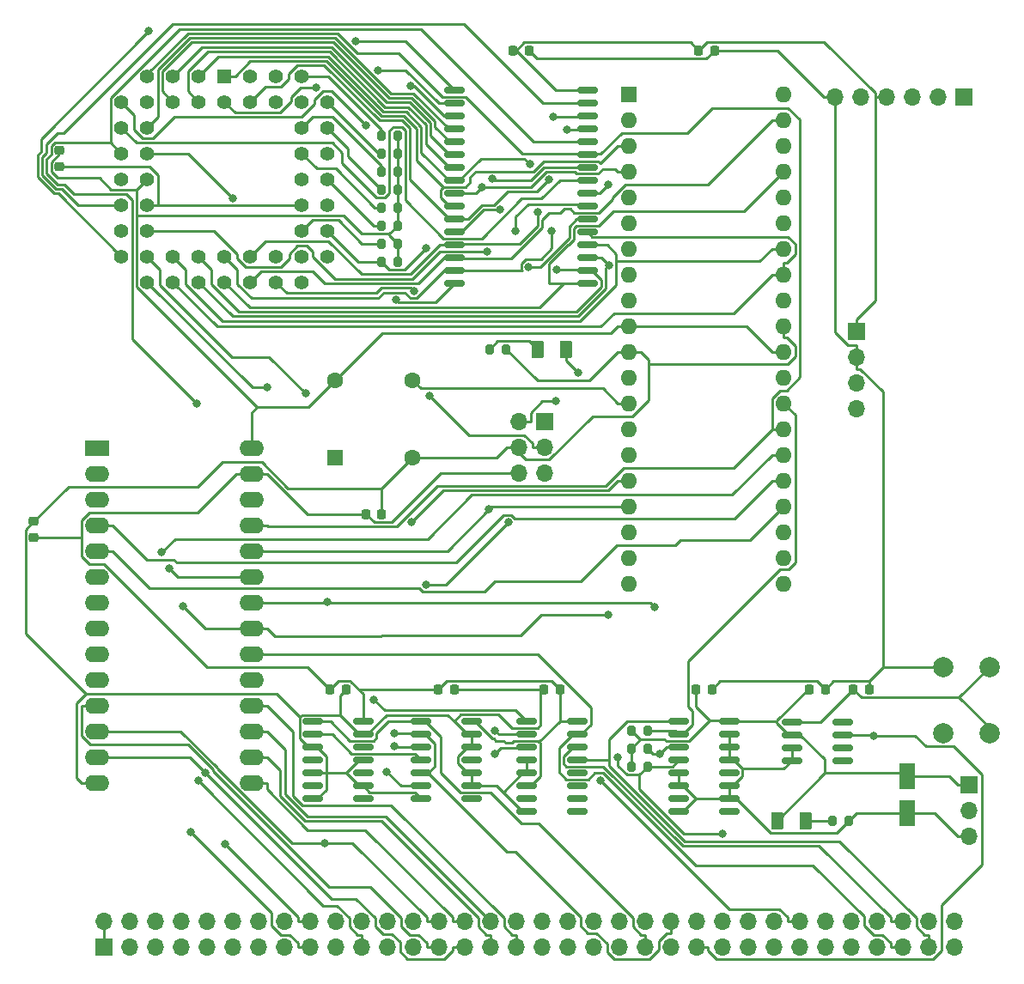
<source format=gbr>
%TF.GenerationSoftware,KiCad,Pcbnew,(6.0.2)*%
%TF.CreationDate,2022-09-05T19:25:54-07:00*%
%TF.ProjectId,Steve 68k,53746576-6520-4363-986b-2e6b69636164,rev?*%
%TF.SameCoordinates,Original*%
%TF.FileFunction,Copper,L1,Top*%
%TF.FilePolarity,Positive*%
%FSLAX46Y46*%
G04 Gerber Fmt 4.6, Leading zero omitted, Abs format (unit mm)*
G04 Created by KiCad (PCBNEW (6.0.2)) date 2022-09-05 19:25:54*
%MOMM*%
%LPD*%
G01*
G04 APERTURE LIST*
G04 Aperture macros list*
%AMRoundRect*
0 Rectangle with rounded corners*
0 $1 Rounding radius*
0 $2 $3 $4 $5 $6 $7 $8 $9 X,Y pos of 4 corners*
0 Add a 4 corners polygon primitive as box body*
4,1,4,$2,$3,$4,$5,$6,$7,$8,$9,$2,$3,0*
0 Add four circle primitives for the rounded corners*
1,1,$1+$1,$2,$3*
1,1,$1+$1,$4,$5*
1,1,$1+$1,$6,$7*
1,1,$1+$1,$8,$9*
0 Add four rect primitives between the rounded corners*
20,1,$1+$1,$2,$3,$4,$5,0*
20,1,$1+$1,$4,$5,$6,$7,0*
20,1,$1+$1,$6,$7,$8,$9,0*
20,1,$1+$1,$8,$9,$2,$3,0*%
G04 Aperture macros list end*
%TA.AperFunction,SMDPad,CuDef*%
%ADD10RoundRect,0.225000X-0.225000X-0.250000X0.225000X-0.250000X0.225000X0.250000X-0.225000X0.250000X0*%
%TD*%
%TA.AperFunction,ComponentPad*%
%ADD11R,1.600000X1.600000*%
%TD*%
%TA.AperFunction,ComponentPad*%
%ADD12C,1.600000*%
%TD*%
%TA.AperFunction,SMDPad,CuDef*%
%ADD13RoundRect,0.150000X-0.825000X-0.150000X0.825000X-0.150000X0.825000X0.150000X-0.825000X0.150000X0*%
%TD*%
%TA.AperFunction,ComponentPad*%
%ADD14O,1.600000X1.600000*%
%TD*%
%TA.AperFunction,SMDPad,CuDef*%
%ADD15RoundRect,0.150000X-0.875000X-0.150000X0.875000X-0.150000X0.875000X0.150000X-0.875000X0.150000X0*%
%TD*%
%TA.AperFunction,ComponentPad*%
%ADD16C,2.000000*%
%TD*%
%TA.AperFunction,SMDPad,CuDef*%
%ADD17RoundRect,0.200000X0.200000X0.275000X-0.200000X0.275000X-0.200000X-0.275000X0.200000X-0.275000X0*%
%TD*%
%TA.AperFunction,SMDPad,CuDef*%
%ADD18RoundRect,0.200000X-0.200000X-0.275000X0.200000X-0.275000X0.200000X0.275000X-0.200000X0.275000X0*%
%TD*%
%TA.AperFunction,ComponentPad*%
%ADD19R,1.700000X1.700000*%
%TD*%
%TA.AperFunction,ComponentPad*%
%ADD20O,1.700000X1.700000*%
%TD*%
%TA.AperFunction,ComponentPad*%
%ADD21R,1.422400X1.422400*%
%TD*%
%TA.AperFunction,ComponentPad*%
%ADD22C,1.422400*%
%TD*%
%TA.AperFunction,SMDPad,CuDef*%
%ADD23RoundRect,0.250000X-0.375000X-0.625000X0.375000X-0.625000X0.375000X0.625000X-0.375000X0.625000X0*%
%TD*%
%TA.AperFunction,SMDPad,CuDef*%
%ADD24RoundRect,0.250000X0.375000X0.625000X-0.375000X0.625000X-0.375000X-0.625000X0.375000X-0.625000X0*%
%TD*%
%TA.AperFunction,SMDPad,CuDef*%
%ADD25RoundRect,0.250000X-0.550000X1.050000X-0.550000X-1.050000X0.550000X-1.050000X0.550000X1.050000X0*%
%TD*%
%TA.AperFunction,SMDPad,CuDef*%
%ADD26RoundRect,0.225000X0.250000X-0.225000X0.250000X0.225000X-0.250000X0.225000X-0.250000X-0.225000X0*%
%TD*%
%TA.AperFunction,SMDPad,CuDef*%
%ADD27RoundRect,0.225000X0.225000X0.250000X-0.225000X0.250000X-0.225000X-0.250000X0.225000X-0.250000X0*%
%TD*%
%TA.AperFunction,SMDPad,CuDef*%
%ADD28RoundRect,0.225000X-0.250000X0.225000X-0.250000X-0.225000X0.250000X-0.225000X0.250000X0.225000X0*%
%TD*%
%TA.AperFunction,ComponentPad*%
%ADD29R,2.400000X1.600000*%
%TD*%
%TA.AperFunction,ComponentPad*%
%ADD30O,2.400000X1.600000*%
%TD*%
%TA.AperFunction,ViaPad*%
%ADD31C,0.800000*%
%TD*%
%TA.AperFunction,Conductor*%
%ADD32C,0.250000*%
%TD*%
G04 APERTURE END LIST*
D10*
%TO.P,C12,1*%
%TO.N,VCC*%
X130797000Y-39370000D03*
%TO.P,C12,2*%
%TO.N,GND*%
X132347000Y-39370000D03*
%TD*%
D11*
%TO.P,X1,1,EN*%
%TO.N,unconnected-(X1-Pad1)*%
X94996000Y-79502000D03*
D12*
%TO.P,X1,4,GND*%
%TO.N,GND*%
X102616000Y-79502000D03*
%TO.P,X1,5,OUT*%
%TO.N,/CLK*%
X102616000Y-71882000D03*
%TO.P,X1,8,Vcc*%
%TO.N,VCC*%
X94996000Y-71882000D03*
%TD*%
D13*
%TO.P,U8,1,~{MR}*%
%TO.N,Net-(C1-Pad1)*%
X140019000Y-105577000D03*
%TO.P,U8,2,Vcc*%
%TO.N,VCC*%
X140019000Y-106847000D03*
%TO.P,U8,3,GND*%
%TO.N,GND*%
X140019000Y-108117000D03*
%TO.P,U8,4,PFI*%
X140019000Y-109387000D03*
%TO.P,U8,5,~{PFO}*%
%TO.N,unconnected-(U8-Pad5)*%
X144969000Y-109387000D03*
%TO.P,U8,6,WDI*%
%TO.N,unconnected-(U8-Pad6)*%
X144969000Y-108117000D03*
%TO.P,U8,7,~{RESET}*%
%TO.N,/~{RESET}*%
X144969000Y-106847000D03*
%TO.P,U8,8,~{WDO}*%
%TO.N,unconnected-(U8-Pad8)*%
X144969000Y-105577000D03*
%TD*%
D14*
%TO.P,U7,40,PA0*%
%TO.N,/D0*%
X139187000Y-43688000D03*
%TO.P,U7,39,PA1*%
%TO.N,/D1*%
X139187000Y-46228000D03*
%TO.P,U7,38,PA2*%
%TO.N,/D2*%
X139187000Y-48768000D03*
%TO.P,U7,37,PA3*%
%TO.N,/D3*%
X139187000Y-51308000D03*
%TO.P,U7,36,PA4*%
%TO.N,/D4*%
X139187000Y-53848000D03*
%TO.P,U7,35,PA5*%
%TO.N,/D5*%
X139187000Y-56388000D03*
%TO.P,U7,34,PA6*%
%TO.N,/D6*%
X139187000Y-58928000D03*
%TO.P,U7,33,PA7*%
%TO.N,/D7*%
X139187000Y-61468000D03*
%TO.P,U7,32,AREF*%
%TO.N,unconnected-(U7-Pad32)*%
X139187000Y-64008000D03*
%TO.P,U7,31,GND*%
%TO.N,GND*%
X139187000Y-66548000D03*
%TO.P,U7,30,AVCC*%
%TO.N,VCC*%
X139187000Y-69088000D03*
%TO.P,U7,29,PC7*%
%TO.N,/~{AVRSEL}*%
X139187000Y-71628000D03*
%TO.P,U7,28,PC6*%
%TO.N,/~{DTACK_AVR}*%
X139187000Y-74168000D03*
%TO.P,U7,27,PC5*%
%TO.N,/A8*%
X139187000Y-76708000D03*
%TO.P,U7,26,PC4*%
%TO.N,/A7*%
X139187000Y-79248000D03*
%TO.P,U7,25,PC3*%
%TO.N,/A6*%
X139187000Y-81788000D03*
%TO.P,U7,24,PC2*%
%TO.N,/A5*%
X139187000Y-84328000D03*
%TO.P,U7,23,PC1*%
%TO.N,/SDA*%
X139187000Y-86868000D03*
%TO.P,U7,22,PC0*%
%TO.N,/SCL*%
X139187000Y-89408000D03*
%TO.P,U7,21,PD7*%
%TO.N,/IPL2*%
X139187000Y-91948000D03*
%TO.P,U7,20,PD6*%
%TO.N,/IPL1*%
X123947000Y-91948000D03*
%TO.P,U7,19,PD5*%
%TO.N,/IPL0*%
X123947000Y-89408000D03*
%TO.P,U7,18,PD4*%
%TO.N,Net-(D2-Pad2)*%
X123947000Y-86868000D03*
%TO.P,U7,17,PD3*%
%TO.N,/A9*%
X123947000Y-84328000D03*
%TO.P,U7,16,PD2*%
%TO.N,/R~{W}*%
X123947000Y-81788000D03*
%TO.P,U7,15,PD1*%
%TO.N,/TXD0*%
X123947000Y-79248000D03*
%TO.P,U7,14,PD0*%
%TO.N,/RXD0*%
X123947000Y-76708000D03*
%TO.P,U7,13,XTAL1*%
%TO.N,/CLK*%
X123947000Y-74168000D03*
%TO.P,U7,12,XTAL2*%
%TO.N,unconnected-(U7-Pad12)*%
X123947000Y-71628000D03*
%TO.P,U7,11,GND*%
%TO.N,GND*%
X123947000Y-69088000D03*
%TO.P,U7,10,VCC*%
%TO.N,VCC*%
X123947000Y-66548000D03*
%TO.P,U7,9,~{RESET}*%
%TO.N,/~{RESET}*%
X123947000Y-64008000D03*
%TO.P,U7,8,PB7*%
%TO.N,/SCK*%
X123947000Y-61468000D03*
%TO.P,U7,7,PB6*%
%TO.N,/MISO*%
X123947000Y-58928000D03*
%TO.P,U7,6,PB5*%
%TO.N,/MOSI*%
X123947000Y-56388000D03*
%TO.P,U7,5,PB4*%
%TO.N,/A4*%
X123947000Y-53848000D03*
%TO.P,U7,4,PB3*%
%TO.N,/A3*%
X123947000Y-51308000D03*
%TO.P,U7,3,PB2*%
%TO.N,/A2*%
X123947000Y-48768000D03*
%TO.P,U7,2,PB1*%
%TO.N,/A1*%
X123947000Y-46228000D03*
D11*
%TO.P,U7,1,PB0*%
%TO.N,/A0*%
X123947000Y-43688000D03*
%TD*%
D15*
%TO.P,U5,1,A18*%
%TO.N,/A18*%
X106734000Y-43307000D03*
%TO.P,U5,2,A16*%
%TO.N,/A16*%
X106734000Y-44577000D03*
%TO.P,U5,3,A14*%
%TO.N,/A14*%
X106734000Y-45847000D03*
%TO.P,U5,4,A12*%
%TO.N,/A12*%
X106734000Y-47117000D03*
%TO.P,U5,5,A7*%
%TO.N,/A7*%
X106734000Y-48387000D03*
%TO.P,U5,6,A6*%
%TO.N,/A6*%
X106734000Y-49657000D03*
%TO.P,U5,7,A5*%
%TO.N,/A5*%
X106734000Y-50927000D03*
%TO.P,U5,8,A4*%
%TO.N,/A4*%
X106734000Y-52197000D03*
%TO.P,U5,9,A3*%
%TO.N,/A3*%
X106734000Y-53467000D03*
%TO.P,U5,10,A2*%
%TO.N,/A2*%
X106734000Y-54737000D03*
%TO.P,U5,11,A1*%
%TO.N,/A1*%
X106734000Y-56007000D03*
%TO.P,U5,12,A0*%
%TO.N,/A0*%
X106734000Y-57277000D03*
%TO.P,U5,13,DQ0*%
%TO.N,/D0*%
X106734000Y-58547000D03*
%TO.P,U5,14,DQ1*%
%TO.N,/D1*%
X106734000Y-59817000D03*
%TO.P,U5,15,DQ2*%
%TO.N,/D2*%
X106734000Y-61087000D03*
%TO.P,U5,16,VSS*%
%TO.N,GND*%
X106734000Y-62357000D03*
%TO.P,U5,17,DQ3*%
%TO.N,/D3*%
X119834000Y-62357000D03*
%TO.P,U5,18,DQ4*%
%TO.N,/D4*%
X119834000Y-61087000D03*
%TO.P,U5,19,DQ5*%
%TO.N,/D5*%
X119834000Y-59817000D03*
%TO.P,U5,20,DQ6*%
%TO.N,/D6*%
X119834000Y-58547000D03*
%TO.P,U5,21,DQ7*%
%TO.N,/D7*%
X119834000Y-57277000D03*
%TO.P,U5,22,CE#*%
%TO.N,/~{RAMSEL}*%
X119834000Y-56007000D03*
%TO.P,U5,23,A10*%
%TO.N,/A10*%
X119834000Y-54737000D03*
%TO.P,U5,24,OE#*%
%TO.N,/~{OE}*%
X119834000Y-53467000D03*
%TO.P,U5,25,A11*%
%TO.N,/A11*%
X119834000Y-52197000D03*
%TO.P,U5,26,A9*%
%TO.N,/A9*%
X119834000Y-50927000D03*
%TO.P,U5,27,A8*%
%TO.N,/A8*%
X119834000Y-49657000D03*
%TO.P,U5,28,A13*%
%TO.N,/A13*%
X119834000Y-48387000D03*
%TO.P,U5,29,WE#*%
%TO.N,/~{RAM_WE}*%
X119834000Y-47117000D03*
%TO.P,U5,30,A17*%
%TO.N,/A17*%
X119834000Y-45847000D03*
%TO.P,U5,31,A15*%
%TO.N,/A15*%
X119834000Y-44577000D03*
%TO.P,U5,32,VCC*%
%TO.N,VCC*%
X119834000Y-43307000D03*
%TD*%
D13*
%TO.P,U4,1,S*%
%TO.N,/~{AVRSEL}*%
X128843000Y-105537000D03*
%TO.P,U4,2,I0a*%
%TO.N,/~{DTACK_AVR}*%
X128843000Y-106807000D03*
%TO.P,U4,3,I1a*%
%TO.N,/~{AS}*%
X128843000Y-108077000D03*
%TO.P,U4,4,Za*%
%TO.N,/~{DTACK_CPU}*%
X128843000Y-109347000D03*
%TO.P,U4,5,I0b*%
%TO.N,GND*%
X128843000Y-110617000D03*
%TO.P,U4,6,I1b*%
X128843000Y-111887000D03*
%TO.P,U4,7,Zb*%
%TO.N,unconnected-(U4-Pad7)*%
X128843000Y-113157000D03*
%TO.P,U4,8,GND*%
%TO.N,GND*%
X128843000Y-114427000D03*
%TO.P,U4,9,Zd*%
%TO.N,unconnected-(U4-Pad9)*%
X133793000Y-114427000D03*
%TO.P,U4,10,I1d*%
%TO.N,GND*%
X133793000Y-113157000D03*
%TO.P,U4,11,I0d*%
X133793000Y-111887000D03*
%TO.P,U4,12,Zc*%
%TO.N,unconnected-(U4-Pad12)*%
X133793000Y-110617000D03*
%TO.P,U4,13,I1c*%
%TO.N,GND*%
X133793000Y-109347000D03*
%TO.P,U4,14,I0c*%
X133793000Y-108077000D03*
%TO.P,U4,15,OE*%
X133793000Y-106807000D03*
%TO.P,U4,16,VCC*%
%TO.N,VCC*%
X133793000Y-105537000D03*
%TD*%
%TO.P,U3,1,A0*%
%TO.N,/A19*%
X113857000Y-105537000D03*
%TO.P,U3,2,A1*%
%TO.N,/A20*%
X113857000Y-106807000D03*
%TO.P,U3,3,A2*%
%TO.N,/A21*%
X113857000Y-108077000D03*
%TO.P,U3,4,E1*%
%TO.N,GND*%
X113857000Y-109347000D03*
%TO.P,U3,5,E2*%
X113857000Y-110617000D03*
%TO.P,U3,6,E3*%
%TO.N,VCC*%
X113857000Y-111887000D03*
%TO.P,U3,7,O7*%
%TO.N,unconnected-(U3-Pad7)*%
X113857000Y-113157000D03*
%TO.P,U3,8,GND*%
%TO.N,GND*%
X113857000Y-114427000D03*
%TO.P,U3,9,O6*%
%TO.N,unconnected-(U3-Pad9)*%
X118807000Y-114427000D03*
%TO.P,U3,10,O5*%
%TO.N,unconnected-(U3-Pad10)*%
X118807000Y-113157000D03*
%TO.P,U3,11,O4*%
%TO.N,unconnected-(U3-Pad11)*%
X118807000Y-111887000D03*
%TO.P,U3,12,O3*%
%TO.N,unconnected-(U3-Pad12)*%
X118807000Y-110617000D03*
%TO.P,U3,13,O2*%
%TO.N,/~{AVRSEL}*%
X118807000Y-109347000D03*
%TO.P,U3,14,O1*%
%TO.N,/~{RAMSEL}*%
X118807000Y-108077000D03*
%TO.P,U3,15,O0*%
%TO.N,/~{ROMSEL}*%
X118807000Y-106807000D03*
%TO.P,U3,16,VCC*%
%TO.N,VCC*%
X118807000Y-105537000D03*
%TD*%
%TO.P,U2,1*%
%TO.N,/R~{W}*%
X103443000Y-105552000D03*
%TO.P,U2,2*%
%TO.N,/~{DS}*%
X103443000Y-106822000D03*
%TO.P,U2,3*%
%TO.N,/~{RAM_WE}*%
X103443000Y-108092000D03*
%TO.P,U2,4*%
%TO.N,Net-(U1-Pad2)*%
X103443000Y-109362000D03*
%TO.P,U2,5*%
%TO.N,/~{DS}*%
X103443000Y-110632000D03*
%TO.P,U2,6*%
%TO.N,/~{OE}*%
X103443000Y-111902000D03*
%TO.P,U2,7,GND*%
%TO.N,GND*%
X103443000Y-113172000D03*
%TO.P,U2,8*%
%TO.N,unconnected-(U2-Pad8)*%
X108393000Y-113172000D03*
%TO.P,U2,9*%
%TO.N,GND*%
X108393000Y-111902000D03*
%TO.P,U2,10*%
X108393000Y-110632000D03*
%TO.P,U2,11*%
%TO.N,unconnected-(U2-Pad11)*%
X108393000Y-109362000D03*
%TO.P,U2,12*%
%TO.N,GND*%
X108393000Y-108092000D03*
%TO.P,U2,13*%
X108393000Y-106822000D03*
%TO.P,U2,14,VCC*%
%TO.N,VCC*%
X108393000Y-105552000D03*
%TD*%
%TO.P,U1,1*%
%TO.N,/R~{W}*%
X92775000Y-105552000D03*
%TO.P,U1,2*%
%TO.N,Net-(U1-Pad2)*%
X92775000Y-106822000D03*
%TO.P,U1,3*%
%TO.N,GND*%
X92775000Y-108092000D03*
%TO.P,U1,4*%
%TO.N,unconnected-(U1-Pad4)*%
X92775000Y-109362000D03*
%TO.P,U1,5*%
%TO.N,GND*%
X92775000Y-110632000D03*
%TO.P,U1,6*%
%TO.N,unconnected-(U1-Pad6)*%
X92775000Y-111902000D03*
%TO.P,U1,7,GND*%
%TO.N,GND*%
X92775000Y-113172000D03*
%TO.P,U1,8*%
%TO.N,unconnected-(U1-Pad8)*%
X97725000Y-113172000D03*
%TO.P,U1,9*%
%TO.N,GND*%
X97725000Y-111902000D03*
%TO.P,U1,10*%
%TO.N,unconnected-(U1-Pad10)*%
X97725000Y-110632000D03*
%TO.P,U1,11*%
%TO.N,GND*%
X97725000Y-109362000D03*
%TO.P,U1,12*%
%TO.N,unconnected-(U1-Pad12)*%
X97725000Y-108092000D03*
%TO.P,U1,13*%
%TO.N,GND*%
X97725000Y-106822000D03*
%TO.P,U1,14,VCC*%
%TO.N,VCC*%
X97725000Y-105552000D03*
%TD*%
D16*
%TO.P,SW1,1,1*%
%TO.N,GND*%
X154940000Y-100180000D03*
X154940000Y-106680000D03*
%TO.P,SW1,2,2*%
%TO.N,Net-(C1-Pad1)*%
X159440000Y-100180000D03*
X159440000Y-106680000D03*
%TD*%
D17*
%TO.P,R13,1*%
%TO.N,GND*%
X111823000Y-68834000D03*
%TO.P,R13,2*%
%TO.N,Net-(D2-Pad1)*%
X110173000Y-68834000D03*
%TD*%
%TO.P,R12,1*%
%TO.N,GND*%
X145605000Y-115316000D03*
%TO.P,R12,2*%
%TO.N,Net-(D1-Pad1)*%
X143955000Y-115316000D03*
%TD*%
D18*
%TO.P,R11,1*%
%TO.N,VCC*%
X124143000Y-109982000D03*
%TO.P,R11,2*%
%TO.N,/~{DTACK_CPU}*%
X125793000Y-109982000D03*
%TD*%
%TO.P,R10,1*%
%TO.N,VCC*%
X124143000Y-108204000D03*
%TO.P,R10,2*%
%TO.N,/~{AS}*%
X125793000Y-108204000D03*
%TD*%
%TO.P,R9,1*%
%TO.N,VCC*%
X124143000Y-106426000D03*
%TO.P,R9,2*%
%TO.N,/~{DTACK_AVR}*%
X125793000Y-106426000D03*
%TD*%
D17*
%TO.P,R8,1*%
%TO.N,VCC*%
X101155000Y-60198000D03*
%TO.P,R8,2*%
%TO.N,/~{BGACK}*%
X99505000Y-60198000D03*
%TD*%
%TO.P,R7,1*%
%TO.N,VCC*%
X101155000Y-58420000D03*
%TO.P,R7,2*%
%TO.N,/~{BR}*%
X99505000Y-58420000D03*
%TD*%
%TO.P,R6,1*%
%TO.N,VCC*%
X101155000Y-56642000D03*
%TO.P,R6,2*%
%TO.N,/~{HALT}*%
X99505000Y-56642000D03*
%TD*%
%TO.P,R5,1*%
%TO.N,VCC*%
X101155000Y-54864000D03*
%TO.P,R5,2*%
%TO.N,/~{VPA}*%
X99505000Y-54864000D03*
%TD*%
%TO.P,R4,1*%
%TO.N,VCC*%
X101155000Y-53086000D03*
%TO.P,R4,2*%
%TO.N,/~{BERR}*%
X99505000Y-53086000D03*
%TD*%
%TO.P,R3,1*%
%TO.N,VCC*%
X101155000Y-51308000D03*
%TO.P,R3,2*%
%TO.N,/~{IPL1}*%
X99505000Y-51308000D03*
%TD*%
%TO.P,R2,1*%
%TO.N,VCC*%
X101155000Y-49530000D03*
%TO.P,R2,2*%
%TO.N,/~{IPL2}*%
X99505000Y-49530000D03*
%TD*%
%TO.P,R1,1*%
%TO.N,VCC*%
X101155000Y-47752000D03*
%TO.P,R1,2*%
%TO.N,/~{IPL0}*%
X99505000Y-47752000D03*
%TD*%
D19*
%TO.P,J5,1,Pin_1*%
%TO.N,unconnected-(J5-Pad1)*%
X156972000Y-43942000D03*
D20*
%TO.P,J5,2,Pin_2*%
%TO.N,/TXD0*%
X154432000Y-43942000D03*
%TO.P,J5,3,Pin_3*%
%TO.N,/RXD0*%
X151892000Y-43942000D03*
%TO.P,J5,4,Pin_4*%
%TO.N,VCC*%
X149352000Y-43942000D03*
%TO.P,J5,5,Pin_5*%
%TO.N,unconnected-(J5-Pad5)*%
X146812000Y-43942000D03*
%TO.P,J5,6,Pin_6*%
%TO.N,GND*%
X144272000Y-43942000D03*
%TD*%
D19*
%TO.P,J4,1,Pin_1*%
%TO.N,/MISO*%
X115590000Y-75961000D03*
D20*
%TO.P,J4,2,Pin_2*%
%TO.N,/SCK*%
X113050000Y-75961000D03*
%TO.P,J4,3,Pin_3*%
%TO.N,/~{RESET}*%
X115590000Y-78501000D03*
%TO.P,J4,4,Pin_4*%
%TO.N,GND*%
X113050000Y-78501000D03*
%TO.P,J4,5,Pin_5*%
%TO.N,/MOSI*%
X115590000Y-81041000D03*
%TO.P,J4,6,Pin_6*%
%TO.N,VCC*%
X113050000Y-81041000D03*
%TD*%
D19*
%TO.P,J3,1,Pin_1*%
%TO.N,GND*%
X72146000Y-127767000D03*
D20*
%TO.P,J3,2,Pin_2*%
X72146000Y-125227000D03*
%TO.P,J3,3,Pin_3*%
%TO.N,/A0*%
X74686000Y-127767000D03*
%TO.P,J3,4,Pin_4*%
%TO.N,/A1*%
X74686000Y-125227000D03*
%TO.P,J3,5,Pin_5*%
%TO.N,/A2*%
X77226000Y-127767000D03*
%TO.P,J3,6,Pin_6*%
%TO.N,/A3*%
X77226000Y-125227000D03*
%TO.P,J3,7,Pin_7*%
%TO.N,/A4*%
X79766000Y-127767000D03*
%TO.P,J3,8,Pin_8*%
%TO.N,/A5*%
X79766000Y-125227000D03*
%TO.P,J3,9,Pin_9*%
%TO.N,/A6*%
X82306000Y-127767000D03*
%TO.P,J3,10,Pin_10*%
%TO.N,/A7*%
X82306000Y-125227000D03*
%TO.P,J3,11,Pin_11*%
%TO.N,/A8*%
X84846000Y-127767000D03*
%TO.P,J3,12,Pin_12*%
%TO.N,/A9*%
X84846000Y-125227000D03*
%TO.P,J3,13,Pin_13*%
%TO.N,/A10*%
X87386000Y-127767000D03*
%TO.P,J3,14,Pin_14*%
%TO.N,/A11*%
X87386000Y-125227000D03*
%TO.P,J3,15,Pin_15*%
%TO.N,/A12*%
X89926000Y-127767000D03*
%TO.P,J3,16,Pin_16*%
%TO.N,/A13*%
X89926000Y-125227000D03*
%TO.P,J3,17,Pin_17*%
%TO.N,/A14*%
X92466000Y-127767000D03*
%TO.P,J3,18,Pin_18*%
%TO.N,/A15*%
X92466000Y-125227000D03*
%TO.P,J3,19,Pin_19*%
%TO.N,/A16*%
X95006000Y-127767000D03*
%TO.P,J3,20,Pin_20*%
%TO.N,/A17*%
X95006000Y-125227000D03*
%TO.P,J3,21,Pin_21*%
%TO.N,/A18*%
X97546000Y-127767000D03*
%TO.P,J3,22,Pin_22*%
%TO.N,/A19*%
X97546000Y-125227000D03*
%TO.P,J3,23,Pin_23*%
%TO.N,/A20*%
X100086000Y-127767000D03*
%TO.P,J3,24,Pin_24*%
%TO.N,/A21*%
X100086000Y-125227000D03*
%TO.P,J3,25,Pin_25*%
%TO.N,unconnected-(J3-Pad25)*%
X102626000Y-127767000D03*
%TO.P,J3,26,Pin_26*%
%TO.N,unconnected-(J3-Pad26)*%
X102626000Y-125227000D03*
%TO.P,J3,27,Pin_27*%
%TO.N,/D0*%
X105166000Y-127767000D03*
%TO.P,J3,28,Pin_28*%
%TO.N,/D1*%
X105166000Y-125227000D03*
%TO.P,J3,29,Pin_29*%
%TO.N,/D2*%
X107706000Y-127767000D03*
%TO.P,J3,30,Pin_30*%
%TO.N,/D3*%
X107706000Y-125227000D03*
%TO.P,J3,31,Pin_31*%
%TO.N,/D4*%
X110246000Y-127767000D03*
%TO.P,J3,32,Pin_32*%
%TO.N,/D5*%
X110246000Y-125227000D03*
%TO.P,J3,33,Pin_33*%
%TO.N,/D6*%
X112786000Y-127767000D03*
%TO.P,J3,34,Pin_34*%
%TO.N,/D7*%
X112786000Y-125227000D03*
%TO.P,J3,35,Pin_35*%
%TO.N,unconnected-(J3-Pad35)*%
X115326000Y-127767000D03*
%TO.P,J3,36,Pin_36*%
%TO.N,unconnected-(J3-Pad36)*%
X115326000Y-125227000D03*
%TO.P,J3,37,Pin_37*%
%TO.N,unconnected-(J3-Pad37)*%
X117866000Y-127767000D03*
%TO.P,J3,38,Pin_38*%
%TO.N,unconnected-(J3-Pad38)*%
X117866000Y-125227000D03*
%TO.P,J3,39,Pin_39*%
%TO.N,unconnected-(J3-Pad39)*%
X120406000Y-127767000D03*
%TO.P,J3,40,Pin_40*%
%TO.N,unconnected-(J3-Pad40)*%
X120406000Y-125227000D03*
%TO.P,J3,41,Pin_41*%
%TO.N,unconnected-(J3-Pad41)*%
X122946000Y-127767000D03*
%TO.P,J3,42,Pin_42*%
%TO.N,/CLK*%
X122946000Y-125227000D03*
%TO.P,J3,43,Pin_43*%
%TO.N,/R~{W}*%
X125486000Y-127767000D03*
%TO.P,J3,44,Pin_44*%
%TO.N,/~{AS}*%
X125486000Y-125227000D03*
%TO.P,J3,45,Pin_45*%
%TO.N,unconnected-(J3-Pad45)*%
X128026000Y-127767000D03*
%TO.P,J3,46,Pin_46*%
%TO.N,/~{DS}*%
X128026000Y-125227000D03*
%TO.P,J3,47,Pin_47*%
%TO.N,/~{RESET}*%
X130566000Y-127767000D03*
%TO.P,J3,48,Pin_48*%
%TO.N,/~{HALT}*%
X130566000Y-125227000D03*
%TO.P,J3,49,Pin_49*%
%TO.N,/~{BERR}*%
X133106000Y-127767000D03*
%TO.P,J3,50,Pin_50*%
%TO.N,/~{DTACK_CPU}*%
X133106000Y-125227000D03*
%TO.P,J3,51,Pin_51*%
%TO.N,/E*%
X135646000Y-127767000D03*
%TO.P,J3,52,Pin_52*%
%TO.N,unconnected-(J3-Pad52)*%
X135646000Y-125227000D03*
%TO.P,J3,53,Pin_53*%
%TO.N,/~{BGACK}*%
X138186000Y-127767000D03*
%TO.P,J3,54,Pin_54*%
%TO.N,/~{VPA}*%
X138186000Y-125227000D03*
%TO.P,J3,55,Pin_55*%
%TO.N,/~{BR}*%
X140726000Y-127767000D03*
%TO.P,J3,56,Pin_56*%
%TO.N,/~{BG}*%
X140726000Y-125227000D03*
%TO.P,J3,57,Pin_57*%
%TO.N,/~{IPL0}*%
X143266000Y-127767000D03*
%TO.P,J3,58,Pin_58*%
%TO.N,/~{IPL1}*%
X143266000Y-125227000D03*
%TO.P,J3,59,Pin_59*%
%TO.N,/~{IPL2}*%
X145806000Y-127767000D03*
%TO.P,J3,60,Pin_60*%
%TO.N,/FC0*%
X145806000Y-125227000D03*
%TO.P,J3,61,Pin_61*%
%TO.N,/FC1*%
X148346000Y-127767000D03*
%TO.P,J3,62,Pin_62*%
%TO.N,/FC2*%
X148346000Y-125227000D03*
%TO.P,J3,63,Pin_63*%
%TO.N,/~{ROMSEL}*%
X150886000Y-127767000D03*
%TO.P,J3,64,Pin_64*%
%TO.N,/~{RAMSEL}*%
X150886000Y-125227000D03*
%TO.P,J3,65,Pin_65*%
%TO.N,/~{AVRSEL}*%
X153426000Y-127767000D03*
%TO.P,J3,66,Pin_66*%
%TO.N,unconnected-(J3-Pad66)*%
X153426000Y-125227000D03*
%TO.P,J3,67,Pin_67*%
%TO.N,VCC*%
X155966000Y-127767000D03*
%TO.P,J3,68,Pin_68*%
X155966000Y-125227000D03*
%TD*%
%TO.P,J2,4,Pin_4*%
%TO.N,/SCL*%
X146329000Y-74686000D03*
%TO.P,J2,3,Pin_3*%
%TO.N,/SDA*%
X146329000Y-72146000D03*
%TO.P,J2,2,Pin_2*%
%TO.N,GND*%
X146329000Y-69606000D03*
D19*
%TO.P,J2,1,Pin_1*%
%TO.N,VCC*%
X146329000Y-67066000D03*
%TD*%
D20*
%TO.P,J1,3,Pin_3*%
%TO.N,GND*%
X157480000Y-116840000D03*
%TO.P,J1,2,Pin_2*%
%TO.N,unconnected-(J1-Pad2)*%
X157480000Y-114300000D03*
D19*
%TO.P,J1,1,Pin_1*%
%TO.N,VCC*%
X157480000Y-111760000D03*
%TD*%
D21*
%TO.P,IC1,1,A2*%
%TO.N,/A2*%
X84074000Y-41910000D03*
D22*
%TO.P,IC1,2,A3*%
%TO.N,/A3*%
X84074000Y-44450000D03*
%TO.P,IC1,3,A4*%
%TO.N,/A4*%
X81534000Y-41910000D03*
%TO.P,IC1,4,A5*%
%TO.N,/A5*%
X81534000Y-44450000D03*
%TO.P,IC1,5,A6*%
%TO.N,/A6*%
X78994000Y-41910000D03*
%TO.P,IC1,6,A7*%
%TO.N,/A7*%
X78994000Y-44450000D03*
%TO.P,IC1,7,A8*%
%TO.N,/A8*%
X76454000Y-41910000D03*
%TO.P,IC1,8,A9*%
%TO.N,/A9*%
X73914000Y-44450000D03*
%TO.P,IC1,9,A10*%
%TO.N,/A10*%
X76454000Y-44450000D03*
%TO.P,IC1,10,A11*%
%TO.N,/A11*%
X73914000Y-46990000D03*
%TO.P,IC1,11,A12*%
%TO.N,/A12*%
X76454000Y-46990000D03*
%TO.P,IC1,12,A13*%
%TO.N,/A13*%
X73914000Y-49530000D03*
%TO.P,IC1,13,A21*%
%TO.N,/A21*%
X76454000Y-49530000D03*
%TO.P,IC1,14,A14*%
%TO.N,/A14*%
X73914000Y-52070000D03*
%TO.P,IC1,15,VCC*%
%TO.N,VCC*%
X76454000Y-52070000D03*
%TO.P,IC1,16,A15*%
%TO.N,/A15*%
X73914000Y-54610000D03*
%TO.P,IC1,17,GND_1*%
%TO.N,GND*%
X76454000Y-54610000D03*
%TO.P,IC1,18,A16*%
%TO.N,/A16*%
X73914000Y-57150000D03*
%TO.P,IC1,19,A17*%
%TO.N,/A17*%
X76454000Y-57150000D03*
%TO.P,IC1,20,A18*%
%TO.N,/A18*%
X73914000Y-59690000D03*
%TO.P,IC1,21,A19*%
%TO.N,/A19*%
X76454000Y-62230000D03*
%TO.P,IC1,22,A20*%
%TO.N,/A20*%
X76454000Y-59690000D03*
%TO.P,IC1,23,D7*%
%TO.N,/D7*%
X78994000Y-62230000D03*
%TO.P,IC1,24,D6*%
%TO.N,/D6*%
X78994000Y-59690000D03*
%TO.P,IC1,25,D5*%
%TO.N,/D5*%
X81534000Y-62230000D03*
%TO.P,IC1,26,D4*%
%TO.N,/D4*%
X81534000Y-59690000D03*
%TO.P,IC1,27,D3*%
%TO.N,/D3*%
X84074000Y-62230000D03*
%TO.P,IC1,28,D2*%
%TO.N,/D2*%
X84074000Y-59690000D03*
%TO.P,IC1,29,D1*%
%TO.N,/D1*%
X86614000Y-62230000D03*
%TO.P,IC1,30,D0*%
%TO.N,/D0*%
X86614000Y-59690000D03*
%TO.P,IC1,31,~{AS}*%
%TO.N,/~{AS}*%
X89154000Y-62230000D03*
%TO.P,IC1,32,~{DS}*%
%TO.N,/~{DS}*%
X89154000Y-59690000D03*
%TO.P,IC1,33,R/~{W}*%
%TO.N,/R~{W}*%
X91694000Y-62230000D03*
%TO.P,IC1,34,~{DTACK}*%
%TO.N,/~{DTACK_CPU}*%
X94234000Y-59690000D03*
%TO.P,IC1,35,~{BG}*%
%TO.N,/~{BG}*%
X91694000Y-59690000D03*
%TO.P,IC1,36,~{BGACK}*%
%TO.N,/~{BGACK}*%
X94234000Y-57150000D03*
%TO.P,IC1,37,~{BR}*%
%TO.N,/~{BR}*%
X91694000Y-57150000D03*
%TO.P,IC1,38,CLK*%
%TO.N,/CLK*%
X94234000Y-54610000D03*
%TO.P,IC1,39,GND_2*%
%TO.N,GND*%
X91694000Y-54610000D03*
%TO.P,IC1,40,~{HALT}*%
%TO.N,/~{HALT}*%
X94234000Y-52070000D03*
%TO.P,IC1,41,~{RESET}*%
%TO.N,/~{RESET}*%
X91694000Y-52070000D03*
%TO.P,IC1,42,E*%
%TO.N,/E*%
X94234000Y-49530000D03*
%TO.P,IC1,43,~{VPA}*%
%TO.N,/~{VPA}*%
X91694000Y-49530000D03*
%TO.P,IC1,44,~{BERR}*%
%TO.N,/~{BERR}*%
X94234000Y-46990000D03*
%TO.P,IC1,45,~{IPL1}*%
%TO.N,/~{IPL1}*%
X91694000Y-46990000D03*
%TO.P,IC1,46,~{IPL2}*%
%TO.N,/~{IPL2}*%
X94234000Y-44450000D03*
%TO.P,IC1,47,~{IPL0}*%
%TO.N,/~{IPL0}*%
X91694000Y-41910000D03*
%TO.P,IC1,48,FC2*%
%TO.N,/FC2*%
X91694000Y-44450000D03*
%TO.P,IC1,49,FC1*%
%TO.N,/FC1*%
X89154000Y-41910000D03*
%TO.P,IC1,50,FC0*%
%TO.N,/FC0*%
X89154000Y-44450000D03*
%TO.P,IC1,51,A0*%
%TO.N,/A0*%
X86614000Y-41910000D03*
%TO.P,IC1,52,A1*%
%TO.N,/A1*%
X86614000Y-44450000D03*
%TD*%
D23*
%TO.P,D2,2,A*%
%TO.N,Net-(D2-Pad2)*%
X117732000Y-68834000D03*
%TO.P,D2,1,K*%
%TO.N,Net-(D2-Pad1)*%
X114932000Y-68834000D03*
%TD*%
D24*
%TO.P,D1,1,K*%
%TO.N,Net-(D1-Pad1)*%
X141354000Y-115316000D03*
%TO.P,D1,2,A*%
%TO.N,VCC*%
X138554000Y-115316000D03*
%TD*%
D25*
%TO.P,C11,1*%
%TO.N,VCC*%
X151384000Y-110976000D03*
%TO.P,C11,2*%
%TO.N,GND*%
X151384000Y-114576000D03*
%TD*%
D10*
%TO.P,C10,1*%
%TO.N,VCC*%
X105143000Y-102362000D03*
%TO.P,C10,2*%
%TO.N,GND*%
X106693000Y-102362000D03*
%TD*%
%TO.P,C9,1*%
%TO.N,VCC*%
X94475000Y-102362000D03*
%TO.P,C9,2*%
%TO.N,GND*%
X96025000Y-102362000D03*
%TD*%
%TO.P,C8,1*%
%TO.N,VCC*%
X112509000Y-39370000D03*
%TO.P,C8,2*%
%TO.N,GND*%
X114059000Y-39370000D03*
%TD*%
D26*
%TO.P,C7,1*%
%TO.N,VCC*%
X65278000Y-87389000D03*
%TO.P,C7,2*%
%TO.N,GND*%
X65278000Y-85839000D03*
%TD*%
D10*
%TO.P,C6,1*%
%TO.N,VCC*%
X130543000Y-102362000D03*
%TO.P,C6,2*%
%TO.N,GND*%
X132093000Y-102362000D03*
%TD*%
%TO.P,C5,1*%
%TO.N,VCC*%
X141719000Y-102362000D03*
%TO.P,C5,2*%
%TO.N,GND*%
X143269000Y-102362000D03*
%TD*%
%TO.P,C4,1*%
%TO.N,VCC*%
X98018000Y-85090000D03*
%TO.P,C4,2*%
%TO.N,GND*%
X99568000Y-85090000D03*
%TD*%
D27*
%TO.P,C3,1*%
%TO.N,VCC*%
X117107000Y-102362000D03*
%TO.P,C3,2*%
%TO.N,GND*%
X115557000Y-102362000D03*
%TD*%
D28*
%TO.P,C2,1*%
%TO.N,VCC*%
X67818000Y-49263000D03*
%TO.P,C2,2*%
%TO.N,GND*%
X67818000Y-50813000D03*
%TD*%
D10*
%TO.P,C1,1*%
%TO.N,Net-(C1-Pad1)*%
X146037000Y-102362000D03*
%TO.P,C1,2*%
%TO.N,GND*%
X147587000Y-102362000D03*
%TD*%
D29*
%TO.P,U6,1,A14*%
%TO.N,/A14*%
X71475000Y-78572600D03*
D30*
%TO.P,U6,2,A12*%
%TO.N,/A12*%
X71475000Y-81112600D03*
%TO.P,U6,3,A7*%
%TO.N,/A7*%
X71475000Y-83652600D03*
%TO.P,U6,4,A6*%
%TO.N,/A6*%
X71475000Y-86192600D03*
%TO.P,U6,5,A5*%
%TO.N,/A5*%
X71475000Y-88732600D03*
%TO.P,U6,6,A4*%
%TO.N,/A4*%
X71475000Y-91272600D03*
%TO.P,U6,7,A3*%
%TO.N,/A3*%
X71475000Y-93812600D03*
%TO.P,U6,8,A2*%
%TO.N,/A2*%
X71475000Y-96352600D03*
%TO.P,U6,9,A1*%
%TO.N,/A1*%
X71475000Y-98892600D03*
%TO.P,U6,10,A0*%
%TO.N,/A0*%
X71475000Y-101432600D03*
%TO.P,U6,11,D0*%
%TO.N,/D0*%
X71475000Y-103972600D03*
%TO.P,U6,12,D1*%
%TO.N,/D1*%
X71475000Y-106512600D03*
%TO.P,U6,13,D2*%
%TO.N,/D2*%
X71475000Y-109052600D03*
%TO.P,U6,14,GND*%
%TO.N,GND*%
X71475000Y-111592600D03*
%TO.P,U6,15,D3*%
%TO.N,/D3*%
X86715000Y-111592600D03*
%TO.P,U6,16,D4*%
%TO.N,/D4*%
X86715000Y-109052600D03*
%TO.P,U6,17,D5*%
%TO.N,/D5*%
X86715000Y-106512600D03*
%TO.P,U6,18,D6*%
%TO.N,/D6*%
X86715000Y-103972600D03*
%TO.P,U6,19,D7*%
%TO.N,/D7*%
X86715000Y-101432600D03*
%TO.P,U6,20,~{CS}*%
%TO.N,/~{ROMSEL}*%
X86715000Y-98892600D03*
%TO.P,U6,21,A10*%
%TO.N,/A10*%
X86715000Y-96352600D03*
%TO.P,U6,22,~{OE}*%
%TO.N,/~{OE}*%
X86715000Y-93812600D03*
%TO.P,U6,23,A11*%
%TO.N,/A11*%
X86715000Y-91272600D03*
%TO.P,U6,24,A9*%
%TO.N,/A9*%
X86715000Y-88732600D03*
%TO.P,U6,25,A8*%
%TO.N,/A8*%
X86715000Y-86192600D03*
%TO.P,U6,26,A13*%
%TO.N,/A13*%
X86715000Y-83652600D03*
%TO.P,U6,27,~{WE}*%
%TO.N,VCC*%
X86715000Y-81112600D03*
%TO.P,U6,28,VCC*%
X86715000Y-78572600D03*
%TD*%
D31*
%TO.N,/~{OE}*%
X126492000Y-94234000D03*
X121920000Y-52578000D03*
%TO.N,/~{BGACK}*%
X103969100Y-58866500D03*
%TO.N,/SCK*%
X116689900Y-73975100D03*
%TO.N,/~{RAMSEL}*%
X114046000Y-60706000D03*
%TO.N,Net-(D2-Pad2)*%
X118923100Y-71192300D03*
%TO.N,/~{DTACK_CPU}*%
X133107400Y-116615400D03*
X122821400Y-109097500D03*
%TO.N,/~{RAM_WE}*%
X100838000Y-107950000D03*
X103892600Y-92046700D03*
X112037800Y-85919700D03*
X117821400Y-47183000D03*
%TO.N,/~{OE}*%
X94234000Y-93726000D03*
X100076000Y-110490000D03*
%TO.N,/~{BG}*%
X121109400Y-111348200D03*
%TO.N,/~{RESET}*%
X104245200Y-73439600D03*
X148082000Y-106934000D03*
%TO.N,/~{DS}*%
X100838000Y-106680000D03*
%TO.N,/~{AS}*%
X127000000Y-108712000D03*
X102718200Y-63078100D03*
%TO.N,/R~{W}*%
X102491700Y-85906200D03*
%TO.N,/D5*%
X121957500Y-60537477D03*
%TO.N,/D4*%
X116840000Y-60960000D03*
%TO.N,/D2*%
X82175100Y-110598400D03*
X116332000Y-57150000D03*
%TO.N,/D1*%
X93982100Y-117555200D03*
%TO.N,/D0*%
X114907900Y-55295300D03*
%TO.N,/A21*%
X84902100Y-53927300D03*
X110744000Y-108712000D03*
%TO.N,/A20*%
X92061200Y-73217000D03*
X110744000Y-106426000D03*
%TO.N,/A19*%
X88267300Y-72613100D03*
X98806000Y-103378000D03*
%TO.N,/A18*%
X81470300Y-111402600D03*
X76615700Y-37485200D03*
X96973700Y-38471700D03*
%TO.N,/A17*%
X109959900Y-59180200D03*
X116434400Y-45948500D03*
%TO.N,/A16*%
X99221900Y-41356800D03*
%TO.N,/A15*%
X84103500Y-117639100D03*
%TO.N,/A14*%
X80730900Y-116449300D03*
X102375400Y-42877100D03*
%TO.N,/A13*%
X81311500Y-74171200D03*
%TO.N,/A11*%
X78587800Y-90434800D03*
%TO.N,/A10*%
X79989500Y-94151200D03*
X121920000Y-94996000D03*
X112776000Y-57150000D03*
%TO.N,/A9*%
X110490000Y-52062811D03*
X98040900Y-46780500D03*
X110139000Y-84657800D03*
%TO.N,/A7*%
X77844200Y-88885400D03*
%TO.N,/A4*%
X114183400Y-50613800D03*
%TO.N,/A3*%
X93063700Y-43085700D03*
X109474000Y-52832000D03*
%TO.N,/A1*%
X116078000Y-52101020D03*
%TO.N,/A0*%
X111224151Y-55090151D03*
%TO.N,GND*%
X100930200Y-63978700D03*
%TD*%
D32*
%TO.N,/~{RESET}*%
X152115600Y-106934000D02*
X153187000Y-108005400D01*
X148082000Y-106934000D02*
X152115600Y-106934000D01*
X147995000Y-106847000D02*
X148082000Y-106934000D01*
X144969000Y-106847000D02*
X147995000Y-106847000D01*
%TO.N,VCC*%
X143222600Y-109286672D02*
X143222600Y-110647400D01*
X140782928Y-106847000D02*
X143222600Y-109286672D01*
X140019000Y-106847000D02*
X140782928Y-106847000D01*
%TO.N,/~{AS}*%
X127635000Y-108077000D02*
X128843000Y-108077000D01*
X127000000Y-108712000D02*
X127635000Y-108077000D01*
X127000000Y-108712000D02*
X126301000Y-108712000D01*
X126301000Y-108712000D02*
X125793000Y-108204000D01*
%TO.N,/A19*%
X112725500Y-104405500D02*
X113857000Y-105537000D01*
X99833500Y-104405500D02*
X112725500Y-104405500D01*
X98806000Y-103378000D02*
X99833500Y-104405500D01*
%TO.N,VCC*%
X96523700Y-101555300D02*
X96523700Y-101603700D01*
X95281700Y-101555300D02*
X96523700Y-101555300D01*
X94475000Y-102362000D02*
X95281700Y-101555300D01*
X96523700Y-101603700D02*
X97725000Y-102805000D01*
X97725000Y-102805000D02*
X97725000Y-105552000D01*
X105143000Y-102362000D02*
X97330400Y-102362000D01*
%TO.N,/A20*%
X111125000Y-106807000D02*
X113857000Y-106807000D01*
X110744000Y-106426000D02*
X111125000Y-106807000D01*
%TO.N,/A21*%
X111324600Y-108131400D02*
X113802600Y-108131400D01*
X110744000Y-108712000D02*
X111324600Y-108131400D01*
X113802600Y-108131400D02*
X113857000Y-108077000D01*
%TO.N,/~{DS}*%
X103301000Y-106680000D02*
X103443000Y-106822000D01*
X100838000Y-106680000D02*
X103301000Y-106680000D01*
%TO.N,/R~{W}*%
X96426900Y-107457000D02*
X94521900Y-105552000D01*
X94521900Y-105552000D02*
X92775000Y-105552000D01*
X99024520Y-107168552D02*
X98736072Y-107457000D01*
X99024520Y-106715480D02*
X99024520Y-107168552D01*
X100188000Y-105552000D02*
X99024520Y-106715480D01*
X98736072Y-107457000D02*
X96426900Y-107457000D01*
X103443000Y-105552000D02*
X100188000Y-105552000D01*
%TO.N,/~{RAM_WE}*%
X100980000Y-108092000D02*
X103443000Y-108092000D01*
X100838000Y-107950000D02*
X100980000Y-108092000D01*
%TO.N,/~{OE}*%
X100076000Y-110490000D02*
X101488000Y-111902000D01*
X101488000Y-111902000D02*
X103443000Y-111902000D01*
%TO.N,/D5*%
X84911200Y-65607200D02*
X81534000Y-62230000D01*
X121659700Y-62886600D02*
X118939100Y-65607200D01*
X121659700Y-60835277D02*
X121659700Y-62886600D01*
X121957500Y-60537477D02*
X121659700Y-60835277D01*
X121237023Y-59817000D02*
X119834000Y-59817000D01*
X121957500Y-60537477D02*
X121237023Y-59817000D01*
X118939100Y-65607200D02*
X84911200Y-65607200D01*
%TO.N,/D6*%
X138061700Y-58928000D02*
X139187000Y-58928000D01*
X136820600Y-60169100D02*
X138061700Y-58928000D01*
X122653100Y-60169100D02*
X136820600Y-60169100D01*
X119100400Y-66107800D02*
X122682000Y-62526200D01*
X122682000Y-60198000D02*
X122653100Y-60169100D01*
X83904900Y-66107800D02*
X119100400Y-66107800D01*
X80264000Y-62466900D02*
X83904900Y-66107800D01*
X122682000Y-62526200D02*
X122682000Y-60198000D01*
X80264000Y-60960000D02*
X80264000Y-62466900D01*
X78994000Y-59690000D02*
X80264000Y-60960000D01*
X121793000Y-58547000D02*
X119834000Y-58547000D01*
X122682000Y-60452000D02*
X122682000Y-59436000D01*
X122682000Y-59436000D02*
X121793000Y-58547000D01*
%TO.N,/D4*%
X119301400Y-61087000D02*
X119834000Y-61087000D01*
X119174400Y-60960000D02*
X119301400Y-61087000D01*
X116840000Y-60960000D02*
X119174400Y-60960000D01*
%TO.N,/D3*%
X135245200Y-55249800D02*
X139187000Y-51308000D01*
X122369300Y-55249800D02*
X135245200Y-55249800D01*
X120977100Y-56642000D02*
X122369300Y-55249800D01*
X118484480Y-56930448D02*
X118772928Y-56642000D01*
X117950611Y-58579389D02*
X118484480Y-58045520D01*
X117929097Y-58579389D02*
X117950611Y-58579389D01*
X116078000Y-60430486D02*
X117929097Y-58579389D01*
X116078000Y-62357000D02*
X116078000Y-60430486D01*
X118772928Y-56642000D02*
X120977100Y-56642000D01*
X117461700Y-62357000D02*
X116078000Y-62357000D01*
X118484480Y-58045520D02*
X118484480Y-56930448D01*
%TO.N,/D2*%
X113402386Y-61087000D02*
X106734000Y-61087000D01*
X113321489Y-61006103D02*
X113402386Y-61087000D01*
X113745897Y-59981489D02*
X113321489Y-60405897D01*
X115255561Y-59981489D02*
X113745897Y-59981489D01*
X113321489Y-60405897D02*
X113321489Y-61006103D01*
X116332000Y-58905050D02*
X115255561Y-59981489D01*
X116332000Y-57150000D02*
X116332000Y-58905050D01*
%TO.N,/~{RAMSEL}*%
X118772210Y-56007000D02*
X119834000Y-56007000D01*
X115166768Y-60706000D02*
X118034960Y-57837808D01*
X114046000Y-60706000D02*
X115166768Y-60706000D01*
X118034960Y-57837808D02*
X118034960Y-56744250D01*
X118034960Y-56744250D02*
X118772210Y-56007000D01*
%TO.N,/D1*%
X106847100Y-59930100D02*
X106734000Y-59817000D01*
X112283818Y-59930100D02*
X106847100Y-59930100D01*
X115357420Y-56856498D02*
X112283818Y-59930100D01*
X115357420Y-56092580D02*
X115357420Y-56856498D01*
X116032100Y-55417900D02*
X115357420Y-56092580D01*
X117123100Y-55417900D02*
X116032100Y-55417900D01*
X117548000Y-54993000D02*
X117123100Y-55417900D01*
X118148900Y-54993000D02*
X117548000Y-54993000D01*
X120927500Y-55381000D02*
X118536900Y-55381000D01*
X118536900Y-55381000D02*
X118148900Y-54993000D01*
X122278900Y-54029600D02*
X120927500Y-55381000D01*
X122278900Y-53848000D02*
X122278900Y-54029600D01*
X138061700Y-46228000D02*
X131711700Y-52578000D01*
X123548900Y-52578000D02*
X122278900Y-53848000D01*
X139187000Y-46228000D02*
X138061700Y-46228000D01*
X131711700Y-52578000D02*
X123548900Y-52578000D01*
%TO.N,/D0*%
X113123400Y-58454800D02*
X106826200Y-58454800D01*
X114907900Y-56670300D02*
X113123400Y-58454800D01*
X114907900Y-55295300D02*
X114907900Y-56670300D01*
X106826200Y-58454800D02*
X106734000Y-58547000D01*
%TO.N,/A10*%
X119639700Y-54542700D02*
X119834000Y-54737000D01*
X112776000Y-55753000D02*
X113986300Y-54542700D01*
X112776000Y-57150000D02*
X112776000Y-55753000D01*
X113986300Y-54542700D02*
X119639700Y-54542700D01*
%TO.N,/A11*%
X117103300Y-52197000D02*
X119834000Y-52197000D01*
X115289000Y-54011300D02*
X117103300Y-52197000D01*
X113327600Y-54011300D02*
X115289000Y-54011300D01*
X109426900Y-57912000D02*
X113327600Y-54011300D01*
X105662900Y-57912000D02*
X109426900Y-57912000D01*
X101881200Y-54130300D02*
X105662900Y-57912000D01*
X101881200Y-47242700D02*
X101881200Y-54130300D01*
X101575300Y-46936800D02*
X101881200Y-47242700D01*
X100684600Y-46936800D02*
X101575300Y-46936800D01*
X100330000Y-47291400D02*
X100684600Y-46936800D01*
X95652000Y-50517100D02*
X99049400Y-53914500D01*
X95652000Y-49471700D02*
X95652000Y-50517100D01*
X99049400Y-53914500D02*
X99906300Y-53914500D01*
X99906300Y-53914500D02*
X100330000Y-53490800D01*
X100330000Y-53490800D02*
X100330000Y-47291400D01*
X94673600Y-48493300D02*
X95652000Y-49471700D01*
X75417300Y-48493300D02*
X94673600Y-48493300D01*
X73914000Y-46990000D02*
X75417300Y-48493300D01*
%TO.N,/A1*%
X110649057Y-54640631D02*
X109407151Y-54640631D01*
X112003788Y-53285900D02*
X110649057Y-54640631D01*
X114893120Y-53285900D02*
X112003788Y-53285900D01*
X108040782Y-56007000D02*
X106734000Y-56007000D01*
X116078000Y-52101020D02*
X114893120Y-53285900D01*
X109407151Y-54640631D02*
X108040782Y-56007000D01*
%TO.N,/A3*%
X122821700Y-51308000D02*
X123947000Y-51308000D01*
X122567700Y-51054000D02*
X122821700Y-51308000D01*
X121403072Y-51054000D02*
X122567700Y-51054000D01*
X120905552Y-51551520D02*
X121403072Y-51054000D01*
X115755480Y-51376520D02*
X118587448Y-51376520D01*
X114296400Y-52835600D02*
X115755480Y-51376520D01*
X109479400Y-52832000D02*
X109483000Y-52835600D01*
X118587448Y-51376520D02*
X118762448Y-51551520D01*
X109474000Y-52832000D02*
X109479400Y-52832000D01*
X109483000Y-52835600D02*
X114296400Y-52835600D01*
X118762448Y-51551520D02*
X120905552Y-51551520D01*
%TO.N,/A9*%
X115530532Y-50927000D02*
X119834000Y-50927000D01*
X110615689Y-52188500D02*
X114269032Y-52188500D01*
X114269032Y-52188500D02*
X115530532Y-50927000D01*
X110490000Y-52062811D02*
X110615689Y-52188500D01*
%TO.N,/A3*%
X108839000Y-53467000D02*
X106734000Y-53467000D01*
X109474000Y-52832000D02*
X108839000Y-53467000D01*
%TO.N,/A0*%
X107406500Y-57277000D02*
X106734000Y-57277000D01*
X109593349Y-55090151D02*
X107406500Y-57277000D01*
X111224151Y-55090151D02*
X109593349Y-55090151D01*
%TO.N,/A2*%
X107831100Y-52832000D02*
X105604200Y-52832000D01*
X108261300Y-52401800D02*
X107831100Y-52832000D01*
X108261300Y-51888100D02*
X108261300Y-52401800D01*
X114483503Y-51338311D02*
X108811089Y-51338311D01*
X108811089Y-51338311D02*
X108261300Y-51888100D01*
X120905552Y-50302480D02*
X115519334Y-50302480D01*
X121096386Y-50493314D02*
X120905552Y-50302480D01*
X122821700Y-48768000D02*
X121096386Y-50493314D01*
X115519334Y-50302480D02*
X114483503Y-51338311D01*
X123947000Y-48768000D02*
X122821700Y-48768000D01*
%TO.N,/A4*%
X109321100Y-50038000D02*
X107162100Y-52197000D01*
X113607600Y-50038000D02*
X109321100Y-50038000D01*
X114183400Y-50613800D02*
X113607600Y-50038000D01*
X107162100Y-52197000D02*
X106734000Y-52197000D01*
%TO.N,/A5*%
X135847511Y-87667489D02*
X139187000Y-84328000D01*
X128985897Y-87667489D02*
X135847511Y-87667489D01*
X128515386Y-88138000D02*
X128985897Y-87667489D01*
X122745392Y-88138000D02*
X128515386Y-88138000D01*
X110689311Y-91731489D02*
X119151903Y-91731489D01*
X119151903Y-91731489D02*
X122745392Y-88138000D01*
X103224000Y-92403800D02*
X103592200Y-92772000D01*
X103592200Y-92772000D02*
X109648800Y-92772000D01*
X109648800Y-92772000D02*
X110689311Y-91731489D01*
X76671500Y-92403800D02*
X103224000Y-92403800D01*
X73000300Y-88732600D02*
X76671500Y-92403800D01*
X71475000Y-88732600D02*
X73000300Y-88732600D01*
%TO.N,/A10*%
X88240300Y-96352600D02*
X86715000Y-96352600D01*
X89012911Y-97140911D02*
X88240300Y-96368300D01*
X88240300Y-96368300D02*
X88240300Y-96352600D01*
X113248400Y-97028000D02*
X99599523Y-97028000D01*
X99599523Y-97028000D02*
X99486612Y-97140911D01*
X115280400Y-94996000D02*
X113248400Y-97028000D01*
X121920000Y-94996000D02*
X115280400Y-94996000D01*
X99486612Y-97140911D02*
X89012911Y-97140911D01*
%TO.N,/~{OE}*%
X126070600Y-93812600D02*
X86715000Y-93812600D01*
X126492000Y-94234000D02*
X126070600Y-93812600D01*
%TO.N,/~{DTACK_AVR}*%
X140311511Y-75292511D02*
X139187000Y-74168000D01*
X140311511Y-89873789D02*
X140311511Y-75292511D01*
X139652789Y-90532511D02*
X140311511Y-89873789D01*
X138829489Y-90532511D02*
X139652789Y-90532511D01*
X129764500Y-104078900D02*
X129764500Y-99597500D01*
X130176800Y-104491200D02*
X129764500Y-104078900D01*
X130176800Y-105910600D02*
X130176800Y-104491200D01*
X129764500Y-99597500D02*
X138829489Y-90532511D01*
X128843000Y-106807000D02*
X129280400Y-106807000D01*
X129280400Y-106807000D02*
X130176800Y-105910600D01*
%TO.N,/~{OE}*%
X121031000Y-53467000D02*
X121920000Y-52578000D01*
X119834000Y-53467000D02*
X121031000Y-53467000D01*
%TO.N,/~{BR}*%
X97583500Y-58420000D02*
X99505000Y-58420000D01*
X95270500Y-56107000D02*
X97583500Y-58420000D01*
X92737000Y-56107000D02*
X95270500Y-56107000D01*
X91694000Y-57150000D02*
X92737000Y-56107000D01*
%TO.N,/~{BGACK}*%
X97282000Y-60198000D02*
X99505000Y-60198000D01*
X94234000Y-57150000D02*
X97282000Y-60198000D01*
X100308900Y-61001900D02*
X99505000Y-60198000D01*
X101833700Y-61001900D02*
X100308900Y-61001900D01*
X103969100Y-58866500D02*
X101833700Y-61001900D01*
%TO.N,/~{BERR}*%
X96261600Y-49017600D02*
X94234000Y-46990000D01*
X96261600Y-49842600D02*
X96261600Y-49017600D01*
X99505000Y-53086000D02*
X96261600Y-49842600D01*
%TO.N,/~{VPA}*%
X98868200Y-54864000D02*
X99505000Y-54864000D01*
X95007400Y-51003200D02*
X98868200Y-54864000D01*
X93167200Y-51003200D02*
X95007400Y-51003200D01*
X91694000Y-49530000D02*
X93167200Y-51003200D01*
%TO.N,/~{IPL2}*%
X99314000Y-49530000D02*
X99505000Y-49530000D01*
X94234000Y-44450000D02*
X99314000Y-49530000D01*
%TO.N,Net-(U1-Pad2)*%
X102807900Y-108726900D02*
X103443000Y-109362000D01*
X96594700Y-108726900D02*
X102807900Y-108726900D01*
X94689800Y-106822000D02*
X96594700Y-108726900D01*
X92775000Y-106822000D02*
X94689800Y-106822000D01*
%TO.N,/~{DTACK_AVR}*%
X128462000Y-106426000D02*
X128843000Y-106807000D01*
X125793000Y-106426000D02*
X128462000Y-106426000D01*
%TO.N,/SCK*%
X115403200Y-73975100D02*
X116689900Y-73975100D01*
X114225300Y-75153000D02*
X115403200Y-73975100D01*
X114225300Y-75961000D02*
X114225300Y-75153000D01*
X113050000Y-75961000D02*
X114225300Y-75961000D01*
%TO.N,/~{ROMSEL}*%
X150886000Y-127767000D02*
X149710700Y-127767000D01*
X118383900Y-106807000D02*
X118807000Y-106807000D01*
X117035600Y-108155300D02*
X118383900Y-106807000D01*
X117035600Y-110519800D02*
X117035600Y-108155300D01*
X117767800Y-111252000D02*
X117035600Y-110519800D01*
X119906000Y-111252000D02*
X117767800Y-111252000D01*
X120563300Y-110594700D02*
X119906000Y-111252000D01*
X121382100Y-110594700D02*
X120563300Y-110594700D01*
X130501700Y-119714300D02*
X121382100Y-110594700D01*
X142026200Y-119714300D02*
X130501700Y-119714300D01*
X147076000Y-124764100D02*
X142026200Y-119714300D01*
X147076000Y-125658000D02*
X147076000Y-124764100D01*
X148009700Y-126591700D02*
X147076000Y-125658000D01*
X148902800Y-126591700D02*
X148009700Y-126591700D01*
X149710700Y-127399600D02*
X148902800Y-126591700D01*
X149710700Y-127767000D02*
X149710700Y-127399600D01*
X119204600Y-106807000D02*
X118807000Y-106807000D01*
X120153400Y-105858200D02*
X119204600Y-106807000D01*
X120153400Y-104141300D02*
X120153400Y-105858200D01*
X114904700Y-98892600D02*
X120153400Y-104141300D01*
X86715000Y-98892600D02*
X114904700Y-98892600D01*
%TO.N,/~{RAMSEL}*%
X150886000Y-125227000D02*
X149710700Y-125227000D01*
X118391000Y-108077000D02*
X118807000Y-108077000D01*
X117502600Y-108965400D02*
X118391000Y-108077000D01*
X117502600Y-109710000D02*
X117502600Y-108965400D01*
X117774600Y-109982000D02*
X117502600Y-109710000D01*
X121406400Y-109982000D02*
X117774600Y-109982000D01*
X129224200Y-117799800D02*
X121406400Y-109982000D01*
X142650800Y-117799800D02*
X129224200Y-117799800D01*
X149710700Y-124859700D02*
X142650800Y-117799800D01*
X149710700Y-125227000D02*
X149710700Y-124859700D01*
%TO.N,/~{AVRSEL}*%
X153426000Y-127767000D02*
X153426000Y-126591700D01*
X121993700Y-109347000D02*
X118807000Y-109347000D01*
X121993700Y-109905900D02*
X121993700Y-109347000D01*
X129437300Y-117349500D02*
X121993700Y-109905900D01*
X144689600Y-117349500D02*
X129437300Y-117349500D01*
X152250700Y-124910600D02*
X144689600Y-117349500D01*
X152250700Y-125783800D02*
X152250700Y-124910600D01*
X153058600Y-126591700D02*
X152250700Y-125783800D01*
X153426000Y-126591700D02*
X153058600Y-126591700D01*
X123778800Y-105537000D02*
X128843000Y-105537000D01*
X121993700Y-107322100D02*
X123778800Y-105537000D01*
X121993700Y-109347000D02*
X121993700Y-107322100D01*
%TO.N,Net-(D2-Pad2)*%
X117732000Y-70001200D02*
X118923100Y-71192300D01*
X117732000Y-68834000D02*
X117732000Y-70001200D01*
%TO.N,/~{DTACK_CPU}*%
X128208000Y-109982000D02*
X125793000Y-109982000D01*
X128843000Y-109347000D02*
X128208000Y-109982000D01*
X124953100Y-112212600D02*
X124953100Y-110821900D01*
X129355900Y-116615400D02*
X124953100Y-112212600D01*
X133107400Y-116615400D02*
X129355900Y-116615400D01*
X124953100Y-110821900D02*
X125793000Y-109982000D01*
X122821400Y-109894300D02*
X122821400Y-109097500D01*
X123749000Y-110821900D02*
X122821400Y-109894300D01*
X124953100Y-110821900D02*
X123749000Y-110821900D01*
%TO.N,/~{RAM_WE}*%
X119768000Y-47183000D02*
X119834000Y-47117000D01*
X117821400Y-47183000D02*
X119768000Y-47183000D01*
X105910800Y-92046700D02*
X112037800Y-85919700D01*
X103892600Y-92046700D02*
X105910800Y-92046700D01*
%TO.N,Net-(D2-Pad1)*%
X114125500Y-68027500D02*
X114932000Y-68834000D01*
X110979500Y-68027500D02*
X114125500Y-68027500D01*
X110173000Y-68834000D02*
X110979500Y-68027500D01*
%TO.N,Net-(D1-Pad1)*%
X141354000Y-115316000D02*
X143955000Y-115316000D01*
%TO.N,Net-(C1-Pad1)*%
X159440000Y-106146600D02*
X156456700Y-103163300D01*
X159440000Y-106680000D02*
X159440000Y-106146600D01*
X159440000Y-100180000D02*
X156456700Y-103163300D01*
X146838300Y-103163300D02*
X146037000Y-102362000D01*
X156456700Y-103163300D02*
X146838300Y-103163300D01*
X142822000Y-105577000D02*
X140019000Y-105577000D01*
X146037000Y-102362000D02*
X142822000Y-105577000D01*
%TO.N,/~{IPL1}*%
X99505000Y-50749200D02*
X99505000Y-51308000D01*
X94674100Y-45918300D02*
X99505000Y-50749200D01*
X92765700Y-45918300D02*
X94674100Y-45918300D01*
X91694000Y-46990000D02*
X92765700Y-45918300D01*
%TO.N,/~{IPL0}*%
X99505000Y-47171400D02*
X99505000Y-47752000D01*
X94243600Y-41910000D02*
X99505000Y-47171400D01*
X91694000Y-41910000D02*
X94243600Y-41910000D01*
%TO.N,/~{BG}*%
X139550700Y-124859600D02*
X139550700Y-125227000D01*
X138742800Y-124051700D02*
X139550700Y-124859600D01*
X133812900Y-124051700D02*
X138742800Y-124051700D01*
X121109400Y-111348200D02*
X133812900Y-124051700D01*
X140726000Y-125227000D02*
X139550700Y-125227000D01*
%TO.N,/~{HALT}*%
X98806000Y-56642000D02*
X99505000Y-56642000D01*
X94234000Y-52070000D02*
X98806000Y-56642000D01*
%TO.N,/~{RESET}*%
X130566000Y-127767000D02*
X131741300Y-127767000D01*
X155921300Y-108005400D02*
X153187000Y-108005400D01*
X158696400Y-110780500D02*
X155921300Y-108005400D01*
X158696400Y-119657600D02*
X158696400Y-110780500D01*
X154696000Y-123658000D02*
X158696400Y-119657600D01*
X154696000Y-128176600D02*
X154696000Y-123658000D01*
X153907200Y-128965400D02*
X154696000Y-128176600D01*
X132572400Y-128965400D02*
X153907200Y-128965400D01*
X131741300Y-128134300D02*
X132572400Y-128965400D01*
X131741300Y-127767000D02*
X131741300Y-128134300D01*
X115590000Y-78501000D02*
X114414700Y-78501000D01*
X108131300Y-77325700D02*
X104245200Y-73439600D01*
X113606800Y-77325700D02*
X108131300Y-77325700D01*
X114414700Y-78133600D02*
X113606800Y-77325700D01*
X114414700Y-78501000D02*
X114414700Y-78133600D01*
%TO.N,/~{DS}*%
X128026000Y-125227000D02*
X128026000Y-126402300D01*
X111890800Y-118385900D02*
X104136900Y-110632000D01*
X112724000Y-118385900D02*
X111890800Y-118385900D01*
X119136000Y-124797900D02*
X112724000Y-118385900D01*
X119136000Y-125658000D02*
X119136000Y-124797900D01*
X119880400Y-126402400D02*
X119136000Y-125658000D01*
X120705600Y-126402400D02*
X119880400Y-126402400D01*
X121770600Y-127467400D02*
X120705600Y-126402400D01*
X121770600Y-128270100D02*
X121770600Y-127467400D01*
X122503000Y-129002500D02*
X121770600Y-128270100D01*
X125931800Y-129002500D02*
X122503000Y-129002500D01*
X126850700Y-128083600D02*
X125931800Y-129002500D01*
X126850700Y-127210200D02*
X126850700Y-128083600D01*
X127658600Y-126402300D02*
X126850700Y-127210200D01*
X128026000Y-126402300D02*
X127658600Y-126402300D01*
X104136900Y-110632000D02*
X103443000Y-110632000D01*
X104759000Y-110009900D02*
X104136900Y-110632000D01*
X104759000Y-107720300D02*
X104759000Y-110009900D01*
X103860700Y-106822000D02*
X104759000Y-107720300D01*
X103443000Y-106822000D02*
X103860700Y-106822000D01*
%TO.N,/~{AS}*%
X102443200Y-62803100D02*
X102718200Y-63078100D01*
X99565800Y-62803100D02*
X102443200Y-62803100D01*
X99062300Y-63306600D02*
X99565800Y-62803100D01*
X90230600Y-63306600D02*
X99062300Y-63306600D01*
X89154000Y-62230000D02*
X90230600Y-63306600D01*
%TO.N,/R~{W}*%
X125486000Y-127767000D02*
X125486000Y-126591700D01*
X121857500Y-82752200D02*
X122821700Y-81788000D01*
X105645700Y-82752200D02*
X121857500Y-82752200D01*
X102491700Y-85906200D02*
X105645700Y-82752200D01*
X123947000Y-81788000D02*
X122821700Y-81788000D01*
X103840700Y-105552000D02*
X103443000Y-105552000D01*
X105378100Y-107089400D02*
X103840700Y-105552000D01*
X105378100Y-110602900D02*
X105378100Y-107089400D01*
X107312200Y-112537000D02*
X105378100Y-110602900D01*
X110263900Y-112537000D02*
X107312200Y-112537000D01*
X113344200Y-115617300D02*
X110263900Y-112537000D01*
X115037200Y-115617300D02*
X113344200Y-115617300D01*
X124310700Y-124890800D02*
X115037200Y-115617300D01*
X124310700Y-125783800D02*
X124310700Y-124890800D01*
X125118600Y-126591700D02*
X124310700Y-125783800D01*
X125486000Y-126591700D02*
X125118600Y-126591700D01*
%TO.N,/CLK*%
X123947000Y-74168000D02*
X122821700Y-74168000D01*
X103448300Y-72714300D02*
X102616000Y-71882000D01*
X121368000Y-72714300D02*
X103448300Y-72714300D01*
X122821700Y-74168000D02*
X121368000Y-72714300D01*
%TO.N,/D7*%
X139187000Y-61468000D02*
X139187000Y-60342700D01*
X120315400Y-57758400D02*
X119834000Y-57277000D01*
X139609200Y-57758400D02*
X120315400Y-57758400D01*
X140312300Y-58461500D02*
X139609200Y-57758400D01*
X140312300Y-59498800D02*
X140312300Y-58461500D01*
X139468400Y-60342700D02*
X140312300Y-59498800D01*
X139187000Y-60342700D02*
X139468400Y-60342700D01*
X139187000Y-61468000D02*
X138061700Y-61468000D01*
X83350400Y-66586400D02*
X78994000Y-62230000D01*
X121140300Y-66586400D02*
X83350400Y-66586400D01*
X122448700Y-65278000D02*
X121140300Y-66586400D01*
X134251700Y-65278000D02*
X122448700Y-65278000D01*
X138061700Y-61468000D02*
X134251700Y-65278000D01*
%TO.N,/D6*%
X112418600Y-126591700D02*
X112786000Y-126591700D01*
X111610700Y-125783800D02*
X112418600Y-126591700D01*
X111610700Y-124912400D02*
X111610700Y-125783800D01*
X100496300Y-113798000D02*
X111610700Y-124912400D01*
X91719600Y-113798000D02*
X100496300Y-113798000D01*
X90812900Y-112891300D02*
X91719600Y-113798000D01*
X90812900Y-106545200D02*
X90812900Y-112891300D01*
X88240300Y-103972600D02*
X90812900Y-106545200D01*
X86715000Y-103972600D02*
X88240300Y-103972600D01*
X112786000Y-127767000D02*
X112786000Y-126591700D01*
%TO.N,/D5*%
X86715000Y-106512600D02*
X88240300Y-106512600D01*
X99948100Y-114929100D02*
X110246000Y-125227000D01*
X92213800Y-114929100D02*
X99948100Y-114929100D01*
X90019900Y-112735200D02*
X92213800Y-114929100D01*
X90019900Y-108292200D02*
X90019900Y-112735200D01*
X88240300Y-106512600D02*
X90019900Y-108292200D01*
%TO.N,/D4*%
X110246000Y-127767000D02*
X110246000Y-126591700D01*
X86715000Y-109052600D02*
X88240300Y-109052600D01*
X109878600Y-126591700D02*
X110246000Y-126591700D01*
X109070700Y-125783800D02*
X109878600Y-126591700D01*
X109070700Y-124925300D02*
X109070700Y-125783800D01*
X99524900Y-115379500D02*
X109070700Y-124925300D01*
X92027300Y-115379500D02*
X99524900Y-115379500D01*
X89569600Y-112921800D02*
X92027300Y-115379500D01*
X89569600Y-110381900D02*
X89569600Y-112921800D01*
X88240300Y-109052600D02*
X89569600Y-110381900D01*
X120264500Y-61087000D02*
X119834000Y-61087000D01*
X121209300Y-62031800D02*
X120264500Y-61087000D01*
X121209300Y-62700100D02*
X121209300Y-62031800D01*
X118754900Y-65154500D02*
X121209300Y-62700100D01*
X85503200Y-65154500D02*
X118754900Y-65154500D01*
X82804000Y-62455300D02*
X85503200Y-65154500D01*
X82804000Y-60960000D02*
X82804000Y-62455300D01*
X81534000Y-59690000D02*
X82804000Y-60960000D01*
%TO.N,/D3*%
X86715000Y-111592600D02*
X88240300Y-111592600D01*
X107706000Y-125227000D02*
X106530700Y-125227000D01*
X117461700Y-62357000D02*
X119834000Y-62357000D01*
X106530700Y-124859700D02*
X106530700Y-125227000D01*
X97951000Y-116280000D02*
X106530700Y-124859700D01*
X92290900Y-116280000D02*
X97951000Y-116280000D01*
X88240300Y-112229400D02*
X92290900Y-116280000D01*
X88240300Y-111592600D02*
X88240300Y-112229400D01*
X86548100Y-64704100D02*
X84074000Y-62230000D01*
X115114600Y-64704100D02*
X86548100Y-64704100D01*
X117461700Y-62357000D02*
X115114600Y-64704100D01*
%TO.N,/D2*%
X107706000Y-127767000D02*
X106530700Y-127767000D01*
X71475000Y-109052600D02*
X73000300Y-109052600D01*
X94609100Y-123032400D02*
X82175100Y-110598400D01*
X97016300Y-123032400D02*
X94609100Y-123032400D01*
X98910600Y-124926700D02*
X97016300Y-123032400D01*
X98910600Y-125752600D02*
X98910600Y-124926700D01*
X99672900Y-126514900D02*
X98910600Y-125752600D01*
X100584100Y-126514900D02*
X99672900Y-126514900D01*
X101356000Y-127286800D02*
X100584100Y-126514900D01*
X101356000Y-128223100D02*
X101356000Y-127286800D01*
X102091200Y-128958300D02*
X101356000Y-128223100D01*
X105704700Y-128958300D02*
X102091200Y-128958300D01*
X106530700Y-128132300D02*
X105704700Y-128958300D01*
X106530700Y-127767000D02*
X106530700Y-128132300D01*
X80629300Y-109052600D02*
X73000300Y-109052600D01*
X82175100Y-110598400D02*
X80629300Y-109052600D01*
X105735100Y-61087000D02*
X106734000Y-61087000D01*
X103018600Y-63803500D02*
X105735100Y-61087000D01*
X102399300Y-63803500D02*
X103018600Y-63803500D01*
X101849200Y-63253400D02*
X102399300Y-63803500D01*
X99752400Y-63253400D02*
X101849200Y-63253400D01*
X99178800Y-63827000D02*
X99752400Y-63253400D01*
X86740200Y-63827000D02*
X99178800Y-63827000D01*
X85344000Y-62430800D02*
X86740200Y-63827000D01*
X85344000Y-60960000D02*
X85344000Y-62430800D01*
X84074000Y-59690000D02*
X85344000Y-60960000D01*
%TO.N,/D1*%
X105166000Y-125227000D02*
X103990700Y-125227000D01*
X87651700Y-61192300D02*
X86614000Y-62230000D01*
X92759000Y-61192300D02*
X87651700Y-61192300D01*
X93919500Y-62352800D02*
X92759000Y-61192300D01*
X103213100Y-62352800D02*
X93919500Y-62352800D01*
X105748900Y-59817000D02*
X103213100Y-62352800D01*
X106734000Y-59817000D02*
X105748900Y-59817000D01*
X103990700Y-124859700D02*
X103990700Y-125227000D01*
X96686200Y-117555200D02*
X103990700Y-124859700D01*
X93982100Y-117555200D02*
X96686200Y-117555200D01*
X90682800Y-117555200D02*
X93982100Y-117555200D01*
X83350800Y-110223200D02*
X90682800Y-117555200D01*
X83350800Y-110109400D02*
X83350800Y-110223200D01*
X79754000Y-106512600D02*
X83350800Y-110109400D01*
X71475000Y-106512600D02*
X79754000Y-106512600D01*
%TO.N,/D0*%
X71475000Y-103972600D02*
X69949700Y-103972600D01*
X105166000Y-127767000D02*
X103990700Y-127767000D01*
X103990700Y-127399600D02*
X103990700Y-127767000D01*
X103182800Y-126591700D02*
X103990700Y-127399600D01*
X102289700Y-126591700D02*
X103182800Y-126591700D01*
X101450600Y-125752600D02*
X102289700Y-126591700D01*
X101450600Y-124916100D02*
X101450600Y-125752600D01*
X98416000Y-121881500D02*
X101450600Y-124916100D01*
X94371200Y-121881500D02*
X98416000Y-121881500D01*
X82900400Y-110410700D02*
X94371200Y-121881500D01*
X82900400Y-110297900D02*
X82900400Y-110410700D01*
X80459000Y-107856500D02*
X82900400Y-110297900D01*
X70811300Y-107856500D02*
X80459000Y-107856500D01*
X69949700Y-106994900D02*
X70811300Y-107856500D01*
X69949700Y-103972600D02*
X69949700Y-106994900D01*
X88100800Y-58203200D02*
X86614000Y-59690000D01*
X94317500Y-58203200D02*
X88100800Y-58203200D01*
X97566500Y-61452200D02*
X94317500Y-58203200D01*
X102409200Y-61452200D02*
X97566500Y-61452200D01*
X105314300Y-58547100D02*
X102409200Y-61452200D01*
X105314300Y-58547000D02*
X105314300Y-58547100D01*
X106734000Y-58547000D02*
X105314300Y-58547000D01*
%TO.N,/A21*%
X80504800Y-49530000D02*
X84902100Y-53927300D01*
X76454000Y-49530000D02*
X80504800Y-49530000D01*
%TO.N,/A20*%
X88452900Y-69608700D02*
X92061200Y-73217000D01*
X84840200Y-69608700D02*
X88452900Y-69608700D01*
X77724000Y-62492500D02*
X84840200Y-69608700D01*
X77724000Y-60960000D02*
X77724000Y-62492500D01*
X76454000Y-59690000D02*
X77724000Y-60960000D01*
%TO.N,/A19*%
X86837100Y-72613100D02*
X76454000Y-62230000D01*
X88267300Y-72613100D02*
X86837100Y-72613100D01*
%TO.N,/A18*%
X97546000Y-127767000D02*
X97546000Y-126591700D01*
X97178600Y-126591700D02*
X97546000Y-126591700D01*
X96370700Y-125783800D02*
X97178600Y-126591700D01*
X96370700Y-124923000D02*
X96370700Y-125783800D01*
X95150100Y-123702400D02*
X96370700Y-124923000D01*
X93770100Y-123702400D02*
X95150100Y-123702400D01*
X81470300Y-111402600D02*
X93770100Y-123702400D01*
X101898700Y-38471700D02*
X96973700Y-38471700D01*
X106734000Y-43307000D02*
X101898700Y-38471700D01*
X67707500Y-53483500D02*
X73914000Y-59690000D01*
X67248000Y-53483500D02*
X67707500Y-53483500D01*
X65648500Y-51884000D02*
X67248000Y-53483500D01*
X65648500Y-49702000D02*
X65648500Y-51884000D01*
X66011900Y-49338600D02*
X65648500Y-49702000D01*
X66011900Y-48089000D02*
X66011900Y-49338600D01*
X76615700Y-37485200D02*
X66011900Y-48089000D01*
%TO.N,/A17*%
X119732500Y-45948500D02*
X116434400Y-45948500D01*
X119834000Y-45847000D02*
X119732500Y-45948500D01*
X83013500Y-57150000D02*
X76454000Y-57150000D01*
X85344000Y-59480500D02*
X83013500Y-57150000D01*
X85344000Y-59901800D02*
X85344000Y-59480500D01*
X86168800Y-60726600D02*
X85344000Y-59901800D01*
X89587400Y-60726600D02*
X86168800Y-60726600D01*
X90457800Y-59856200D02*
X89587400Y-60726600D01*
X90457800Y-59460400D02*
X90457800Y-59856200D01*
X91264700Y-58653500D02*
X90457800Y-59460400D01*
X92123400Y-58653500D02*
X91264700Y-58653500D01*
X92730500Y-59260600D02*
X92123400Y-58653500D01*
X92730500Y-59690100D02*
X92730500Y-59260600D01*
X94942900Y-61902500D02*
X92730500Y-59690100D01*
X102595800Y-61902500D02*
X94942900Y-61902500D01*
X105318100Y-59180200D02*
X102595800Y-61902500D01*
X109959900Y-59180200D02*
X105318100Y-59180200D01*
%TO.N,/A16*%
X105163400Y-44577000D02*
X106734000Y-44577000D01*
X101943200Y-41356800D02*
X105163400Y-44577000D01*
X99221900Y-41356800D02*
X101943200Y-41356800D01*
%TO.N,/A15*%
X91290700Y-124826300D02*
X91290700Y-125227000D01*
X84103500Y-117639100D02*
X91290700Y-124826300D01*
X92466000Y-125227000D02*
X91290700Y-125227000D01*
X69645300Y-54610000D02*
X73914000Y-54610000D01*
X68068500Y-53033200D02*
X69645300Y-54610000D01*
X67434600Y-53033200D02*
X68068500Y-53033200D01*
X66098800Y-51697400D02*
X67434600Y-53033200D01*
X66098800Y-49888600D02*
X66098800Y-51697400D01*
X66516600Y-49470800D02*
X66098800Y-49888600D01*
X66516600Y-48597400D02*
X66516600Y-49470800D01*
X67582200Y-47531800D02*
X66516600Y-48597400D01*
X68219100Y-47531800D02*
X67582200Y-47531800D01*
X78952900Y-36798000D02*
X68219100Y-47531800D01*
X107629700Y-36798000D02*
X78952900Y-36798000D01*
X115408700Y-44577000D02*
X107629700Y-36798000D01*
X119834000Y-44577000D02*
X115408700Y-44577000D01*
%TO.N,/A14*%
X92466000Y-127767000D02*
X91290700Y-127767000D01*
X102771000Y-42877100D02*
X102375400Y-42877100D01*
X105740900Y-45847000D02*
X102771000Y-42877100D01*
X106734000Y-45847000D02*
X105740900Y-45847000D01*
X88656000Y-124374400D02*
X80730900Y-116449300D01*
X88656000Y-125658000D02*
X88656000Y-124374400D01*
X89589700Y-126591700D02*
X88656000Y-125658000D01*
X90482800Y-126591700D02*
X89589700Y-126591700D01*
X91290700Y-127399600D02*
X90482800Y-126591700D01*
X91290700Y-127767000D02*
X91290700Y-127399600D01*
%TO.N,/A13*%
X73914000Y-49530000D02*
X72832700Y-48448700D01*
X74967000Y-67826700D02*
X81311500Y-74171200D01*
X74967000Y-54147000D02*
X74967000Y-67826700D01*
X74377100Y-53557100D02*
X74967000Y-54147000D01*
X69232300Y-53557100D02*
X74377100Y-53557100D01*
X68258000Y-52582800D02*
X69232300Y-53557100D01*
X67621100Y-52582800D02*
X68258000Y-52582800D01*
X66549100Y-51510800D02*
X67621100Y-52582800D01*
X66549100Y-50075200D02*
X66549100Y-51510800D01*
X66999400Y-49624900D02*
X66549100Y-50075200D01*
X66999400Y-48824500D02*
X66999400Y-49624900D01*
X67375200Y-48448700D02*
X66999400Y-48824500D01*
X72832700Y-48448700D02*
X67375200Y-48448700D01*
X114539100Y-48387000D02*
X119834000Y-48387000D01*
X103400500Y-37248400D02*
X114539100Y-48387000D01*
X79623000Y-37248400D02*
X103400500Y-37248400D01*
X72832700Y-44038700D02*
X79623000Y-37248400D01*
X72832700Y-48448700D02*
X72832700Y-44038700D01*
%TO.N,/A12*%
X77501900Y-45942100D02*
X76454000Y-46990000D01*
X77501900Y-41289300D02*
X77501900Y-45942100D01*
X80641800Y-38149400D02*
X77501900Y-41289300D01*
X94988700Y-38149400D02*
X80641800Y-38149400D01*
X100441800Y-43602500D02*
X94988700Y-38149400D01*
X102703100Y-43602500D02*
X100441800Y-43602500D01*
X106217600Y-47117000D02*
X102703100Y-43602500D01*
X106734000Y-47117000D02*
X106217600Y-47117000D01*
%TO.N,/A11*%
X79425600Y-91272600D02*
X78587800Y-90434800D01*
X86715000Y-91272600D02*
X79425600Y-91272600D01*
%TO.N,/A10*%
X82190900Y-96352600D02*
X79989500Y-94151200D01*
X86715000Y-96352600D02*
X82190900Y-96352600D01*
%TO.N,/A9*%
X94650200Y-43389800D02*
X98040900Y-46780500D01*
X93806900Y-43389800D02*
X94650200Y-43389800D01*
X92964000Y-44232700D02*
X93806900Y-43389800D01*
X92964000Y-44657900D02*
X92964000Y-44232700D01*
X91669500Y-45952400D02*
X92964000Y-44657900D01*
X79114200Y-45952400D02*
X91669500Y-45952400D01*
X77023700Y-48042900D02*
X79114200Y-45952400D01*
X76031000Y-48042900D02*
X77023700Y-48042900D01*
X75184000Y-47195900D02*
X76031000Y-48042900D01*
X75184000Y-45720000D02*
X75184000Y-47195900D01*
X73914000Y-44450000D02*
X75184000Y-45720000D01*
X123947000Y-84328000D02*
X122821700Y-84328000D01*
X110468800Y-84328000D02*
X110139000Y-84657800D01*
X122821700Y-84328000D02*
X110468800Y-84328000D01*
X106064200Y-88732600D02*
X110139000Y-84657800D01*
X86715000Y-88732600D02*
X106064200Y-88732600D01*
%TO.N,/A8*%
X86715000Y-86192600D02*
X88240300Y-86192600D01*
X139187000Y-76708000D02*
X138061700Y-76708000D01*
X119834000Y-49657000D02*
X119834000Y-49586600D01*
X113452600Y-49586600D02*
X119834000Y-49586600D01*
X107808000Y-43942000D02*
X113452600Y-49586600D01*
X105501600Y-43942000D02*
X107808000Y-43942000D01*
X101223700Y-39664100D02*
X105501600Y-43942000D01*
X97140300Y-39664100D02*
X101223700Y-39664100D01*
X95175000Y-37698800D02*
X97140300Y-39664100D01*
X80452000Y-37698800D02*
X95175000Y-37698800D01*
X76454000Y-41696800D02*
X80452000Y-37698800D01*
X76454000Y-41910000D02*
X76454000Y-41696800D01*
X138061700Y-73683700D02*
X138061700Y-76708000D01*
X138847400Y-72898000D02*
X138061700Y-73683700D01*
X139512400Y-72898000D02*
X138847400Y-72898000D01*
X140800100Y-71610300D02*
X139512400Y-72898000D01*
X140800100Y-46221700D02*
X140800100Y-71610300D01*
X139616100Y-45037700D02*
X140800100Y-46221700D01*
X132147700Y-45037700D02*
X139616100Y-45037700D01*
X129687400Y-47498000D02*
X132147700Y-45037700D01*
X123200500Y-47498000D02*
X129687400Y-47498000D01*
X121111900Y-49586600D02*
X123200500Y-47498000D01*
X119834000Y-49586600D02*
X121111900Y-49586600D01*
X88389400Y-86341700D02*
X88240300Y-86192600D01*
X101030500Y-86341700D02*
X88389400Y-86341700D01*
X105070400Y-82301800D02*
X101030500Y-86341700D01*
X121633000Y-82301800D02*
X105070400Y-82301800D01*
X123416800Y-80518000D02*
X121633000Y-82301800D01*
X134251700Y-80518000D02*
X123416800Y-80518000D01*
X138061700Y-76708000D02*
X134251700Y-80518000D01*
%TO.N,/A7*%
X77952200Y-43408200D02*
X78994000Y-44450000D01*
X77952200Y-41475900D02*
X77952200Y-43408200D01*
X80828400Y-38599700D02*
X77952200Y-41475900D01*
X94802000Y-38599700D02*
X80828400Y-38599700D01*
X100255100Y-44052800D02*
X94802000Y-38599700D01*
X102516500Y-44052800D02*
X100255100Y-44052800D01*
X104808200Y-46344500D02*
X102516500Y-44052800D01*
X104808200Y-46910100D02*
X104808200Y-46344500D01*
X106285100Y-48387000D02*
X104808200Y-46910100D01*
X106734000Y-48387000D02*
X106285100Y-48387000D01*
X139187000Y-79248000D02*
X138061700Y-79248000D01*
X134107100Y-83202600D02*
X138061700Y-79248000D01*
X108442000Y-83202600D02*
X134107100Y-83202600D01*
X104085300Y-87559300D02*
X108442000Y-83202600D01*
X79170300Y-87559300D02*
X104085300Y-87559300D01*
X77844200Y-88885400D02*
X79170300Y-87559300D01*
%TO.N,/A6*%
X81854000Y-39050000D02*
X78994000Y-41910000D01*
X94615400Y-39050000D02*
X81854000Y-39050000D01*
X100068500Y-44503100D02*
X94615400Y-39050000D01*
X102329900Y-44503100D02*
X100068500Y-44503100D01*
X104357900Y-46531100D02*
X102329900Y-44503100D01*
X104357900Y-47791400D02*
X104357900Y-46531100D01*
X106223500Y-49657000D02*
X104357900Y-47791400D01*
X106734000Y-49657000D02*
X106223500Y-49657000D01*
X71475000Y-86192600D02*
X73000300Y-86192600D01*
X139187000Y-81788000D02*
X138061700Y-81788000D01*
X76419100Y-89611400D02*
X73000300Y-86192600D01*
X79066600Y-89611400D02*
X76419100Y-89611400D01*
X79360000Y-89904800D02*
X79066600Y-89611400D01*
X106867800Y-89904800D02*
X79360000Y-89904800D01*
X111578200Y-85194400D02*
X106867800Y-89904800D01*
X112338300Y-85194400D02*
X111578200Y-85194400D01*
X112669700Y-85525800D02*
X112338300Y-85194400D01*
X134323900Y-85525800D02*
X112669700Y-85525800D01*
X138061700Y-81788000D02*
X134323900Y-85525800D01*
%TO.N,/A5*%
X80480800Y-43396800D02*
X81534000Y-44450000D01*
X80480800Y-41459600D02*
X80480800Y-43396800D01*
X82417900Y-39522500D02*
X80480800Y-41459600D01*
X94450900Y-39522500D02*
X82417900Y-39522500D01*
X99881800Y-44953400D02*
X94450900Y-39522500D01*
X102143300Y-44953400D02*
X99881800Y-44953400D01*
X103907600Y-46717700D02*
X102143300Y-44953400D01*
X103907600Y-48604000D02*
X103907600Y-46717700D01*
X106230600Y-50927000D02*
X103907600Y-48604000D01*
X106734000Y-50927000D02*
X106230600Y-50927000D01*
%TO.N,/A4*%
X83471200Y-39972800D02*
X81534000Y-41910000D01*
X94264300Y-39972800D02*
X83471200Y-39972800D01*
X99695200Y-45403700D02*
X94264300Y-39972800D01*
X101956700Y-45403700D02*
X99695200Y-45403700D01*
X103457300Y-46904300D02*
X101956700Y-45403700D01*
X103457300Y-49444200D02*
X103457300Y-46904300D01*
X106210100Y-52197000D02*
X103457300Y-49444200D01*
X106734000Y-52197000D02*
X106210100Y-52197000D01*
%TO.N,/A3*%
X91573500Y-43085700D02*
X93063700Y-43085700D01*
X90649100Y-44010100D02*
X91573500Y-43085700D01*
X90649100Y-44423400D02*
X90649100Y-44010100D01*
X89570500Y-45502000D02*
X90649100Y-44423400D01*
X85126000Y-45502000D02*
X89570500Y-45502000D01*
X84074000Y-44450000D02*
X85126000Y-45502000D01*
%TO.N,/A2*%
X84074000Y-41910000D02*
X85110500Y-41910000D01*
X106208900Y-54737000D02*
X106734000Y-54737000D01*
X105335800Y-53863900D02*
X106208900Y-54737000D01*
X105335800Y-53100400D02*
X105335800Y-53863900D01*
X105604200Y-52832000D02*
X105335800Y-53100400D01*
X86597400Y-40423100D02*
X85110500Y-41910000D01*
X94077700Y-40423100D02*
X86597400Y-40423100D01*
X99508600Y-45854000D02*
X94077700Y-40423100D01*
X101770100Y-45854000D02*
X99508600Y-45854000D01*
X103007000Y-47090900D02*
X101770100Y-45854000D01*
X103007000Y-50234800D02*
X103007000Y-47090900D01*
X105604200Y-52832000D02*
X103007000Y-50234800D01*
%TO.N,/A1*%
X106231200Y-56007000D02*
X106734000Y-56007000D01*
X102331600Y-52107400D02*
X106231200Y-56007000D01*
X102331600Y-47052400D02*
X102331600Y-52107400D01*
X101583500Y-46304300D02*
X102331600Y-47052400D01*
X99322000Y-46304300D02*
X101583500Y-46304300D01*
X93891100Y-40873400D02*
X99322000Y-46304300D01*
X91228400Y-40873400D02*
X93891100Y-40873400D01*
X90424100Y-41677700D02*
X91228400Y-40873400D01*
X90424100Y-42160400D02*
X90424100Y-41677700D01*
X89637900Y-42946600D02*
X90424100Y-42160400D01*
X88117400Y-42946600D02*
X89637900Y-42946600D01*
X86614000Y-44450000D02*
X88117400Y-42946600D01*
%TO.N,GND*%
X138524700Y-39370000D02*
X143096700Y-43942000D01*
X132347000Y-39370000D02*
X138524700Y-39370000D01*
X97342600Y-109362000D02*
X96052100Y-110652500D01*
X97725000Y-109362000D02*
X97342600Y-109362000D01*
X131515400Y-40201600D02*
X132347000Y-39370000D01*
X114890600Y-40201600D02*
X131515400Y-40201600D01*
X114059000Y-39370000D02*
X114890600Y-40201600D01*
X110898100Y-111902000D02*
X108393000Y-111902000D01*
X111527700Y-112531600D02*
X110898100Y-111902000D01*
X113423100Y-114427000D02*
X113857000Y-114427000D01*
X111527700Y-112531600D02*
X113423100Y-114427000D01*
X130494400Y-113157000D02*
X133793000Y-113157000D01*
X129224400Y-114427000D02*
X128843000Y-114427000D01*
X130494400Y-113157000D02*
X129224400Y-114427000D01*
X72146000Y-125227000D02*
X72146000Y-127767000D01*
X133793000Y-109347000D02*
X133793000Y-108077000D01*
X133793000Y-108077000D02*
X133793000Y-106807000D01*
X113857000Y-110617000D02*
X113857000Y-109347000D01*
X129224400Y-111887000D02*
X130494400Y-113157000D01*
X128843000Y-111887000D02*
X129224400Y-111887000D01*
X128843000Y-111887000D02*
X128843000Y-110617000D01*
X110873700Y-79502000D02*
X111874700Y-78501000D01*
X102616000Y-79502000D02*
X110873700Y-79502000D01*
X113442300Y-110617000D02*
X111527700Y-112531600D01*
X113857000Y-110617000D02*
X113442300Y-110617000D01*
X123947000Y-69088000D02*
X125072300Y-69088000D01*
X119992000Y-71917700D02*
X122821700Y-69088000D01*
X114906700Y-71917700D02*
X119992000Y-71917700D01*
X111823000Y-68834000D02*
X114906700Y-71917700D01*
X123947000Y-69088000D02*
X122821700Y-69088000D01*
X134224700Y-109347000D02*
X133793000Y-109347000D01*
X135094000Y-110216300D02*
X134224700Y-109347000D01*
X154040700Y-114576000D02*
X151384000Y-114576000D01*
X156304700Y-116840000D02*
X154040700Y-114576000D01*
X157480000Y-116840000D02*
X156304700Y-116840000D01*
X71475000Y-111592600D02*
X69949700Y-111592600D01*
X69497800Y-103739100D02*
X70389700Y-102847200D01*
X69497800Y-111140700D02*
X69497800Y-103739100D01*
X69949700Y-111592600D02*
X69497800Y-111140700D01*
X144272000Y-43942000D02*
X143096700Y-43942000D01*
X113050000Y-78501000D02*
X112575000Y-78501000D01*
X112575000Y-78501000D02*
X111874700Y-78501000D01*
X146329000Y-69606000D02*
X146329000Y-68430700D01*
X144077000Y-101554000D02*
X143269000Y-102362000D01*
X147587000Y-101554000D02*
X144077000Y-101554000D01*
X147587000Y-101554000D02*
X147587000Y-102362000D01*
X146329000Y-69606000D02*
X146329000Y-70781300D01*
X146696300Y-70781300D02*
X146329000Y-70781300D01*
X148961000Y-73046000D02*
X146696300Y-70781300D01*
X148961000Y-100180000D02*
X148961000Y-73046000D01*
X154940000Y-100180000D02*
X148961000Y-100180000D01*
X148961000Y-100180000D02*
X147587000Y-101554000D01*
X144272000Y-67181700D02*
X144272000Y-43942000D01*
X145521000Y-68430700D02*
X144272000Y-67181700D01*
X146329000Y-68430700D02*
X145521000Y-68430700D01*
X139187000Y-66548000D02*
X139187000Y-67673300D01*
X139468400Y-67673300D02*
X139187000Y-67673300D01*
X140312300Y-68517200D02*
X139468400Y-67673300D01*
X140312300Y-69575400D02*
X140312300Y-68517200D01*
X139613500Y-70274200D02*
X140312300Y-69575400D01*
X125892300Y-70274200D02*
X139613500Y-70274200D01*
X125892300Y-73826600D02*
X125892300Y-70274200D01*
X124280900Y-75438000D02*
X125892300Y-73826600D01*
X120334600Y-75438000D02*
X124280900Y-75438000D01*
X116068700Y-79703900D02*
X120334600Y-75438000D01*
X113777900Y-79703900D02*
X116068700Y-79703900D01*
X112575000Y-78501000D02*
X113777900Y-79703900D01*
X125892300Y-69908000D02*
X125072300Y-69088000D01*
X125892300Y-70274200D02*
X125892300Y-69908000D01*
X108393000Y-108092000D02*
X108393000Y-106822000D01*
X132905500Y-101549500D02*
X132093000Y-102362000D01*
X142456500Y-101549500D02*
X132905500Y-101549500D01*
X143269000Y-102362000D02*
X142456500Y-101549500D01*
X135094000Y-110968300D02*
X135094000Y-110216300D01*
X134175300Y-111887000D02*
X135094000Y-110968300D01*
X133793000Y-111887000D02*
X134175300Y-111887000D01*
X133793000Y-111887000D02*
X133793000Y-113157000D01*
X146345000Y-114576000D02*
X145605000Y-115316000D01*
X151384000Y-114576000D02*
X146345000Y-114576000D01*
X134509700Y-113157000D02*
X133793000Y-113157000D01*
X137883600Y-116530900D02*
X134509700Y-113157000D01*
X144390100Y-116530900D02*
X137883600Y-116530900D01*
X145605000Y-115316000D02*
X144390100Y-116530900D01*
X97301600Y-111902000D02*
X97725000Y-111902000D01*
X96052100Y-110652500D02*
X97301600Y-111902000D01*
X102799000Y-112528000D02*
X103443000Y-113172000D01*
X98351000Y-112528000D02*
X102799000Y-112528000D01*
X97725000Y-111902000D02*
X98351000Y-112528000D01*
X139189700Y-110216300D02*
X140019000Y-109387000D01*
X135094000Y-110216300D02*
X139189700Y-110216300D01*
X140019000Y-109387000D02*
X140019000Y-108117000D01*
X77516200Y-54610000D02*
X76454000Y-54610000D01*
X77558800Y-54652600D02*
X77516200Y-54610000D01*
X91651400Y-54652600D02*
X77558800Y-54652600D01*
X91694000Y-54610000D02*
X91651400Y-54652600D01*
X76685600Y-50813000D02*
X67818000Y-50813000D01*
X77516200Y-51643600D02*
X76685600Y-50813000D01*
X77516200Y-54610000D02*
X77516200Y-51643600D01*
X89171300Y-102847200D02*
X70389700Y-102847200D01*
X91474000Y-105149900D02*
X89171300Y-102847200D01*
X92320400Y-108092000D02*
X92775000Y-108092000D01*
X91474000Y-107245600D02*
X92320400Y-108092000D01*
X91474000Y-105149900D02*
X91474000Y-107245600D01*
X94076000Y-110632000D02*
X92775000Y-110632000D01*
X94076000Y-109012100D02*
X94076000Y-110632000D01*
X93155900Y-108092000D02*
X94076000Y-109012100D01*
X92775000Y-108092000D02*
X93155900Y-108092000D01*
X93188900Y-113172000D02*
X92775000Y-113172000D01*
X94096500Y-112264400D02*
X93188900Y-113172000D01*
X94096500Y-110652500D02*
X94096500Y-112264400D01*
X94076000Y-110632000D02*
X94096500Y-110652500D01*
X94096500Y-110652500D02*
X96052100Y-110652500D01*
X64466400Y-86650600D02*
X65278000Y-85839000D01*
X64466400Y-96923900D02*
X64466400Y-86650600D01*
X70389700Y-102847200D02*
X64466400Y-96923900D01*
X90314600Y-82550000D02*
X99568000Y-82550000D01*
X87720500Y-79955900D02*
X90314600Y-82550000D01*
X83856200Y-79955900D02*
X87720500Y-79955900D01*
X81429500Y-82382600D02*
X83856200Y-79955900D01*
X68734400Y-82382600D02*
X81429500Y-82382600D01*
X65278000Y-85839000D02*
X68734400Y-82382600D01*
X99568000Y-85090000D02*
X99568000Y-82550000D01*
X99568000Y-82550000D02*
X102616000Y-79502000D01*
X107961300Y-108092000D02*
X108393000Y-108092000D01*
X107092000Y-108961300D02*
X107961300Y-108092000D01*
X107092000Y-109722100D02*
X107092000Y-108961300D01*
X108001900Y-110632000D02*
X107092000Y-109722100D01*
X108393000Y-110632000D02*
X108001900Y-110632000D01*
X108393000Y-110632000D02*
X108393000Y-111902000D01*
X95435000Y-102952000D02*
X96025000Y-102362000D01*
X95435000Y-104910200D02*
X95435000Y-102952000D01*
X91713700Y-104910200D02*
X95435000Y-104910200D01*
X91474000Y-105149900D02*
X91713700Y-104910200D01*
X97346800Y-106822000D02*
X97725000Y-106822000D01*
X95435000Y-104910200D02*
X97346800Y-106822000D01*
X107982400Y-106822000D02*
X106689200Y-105528800D01*
X108393000Y-106822000D02*
X107982400Y-106822000D01*
X98114600Y-106822000D02*
X97725000Y-106822000D01*
X100014600Y-104922000D02*
X98114600Y-106822000D01*
X106082400Y-104922000D02*
X100014600Y-104922000D01*
X106689200Y-105528800D02*
X106082400Y-104922000D01*
X107327100Y-104890900D02*
X106689200Y-105528800D01*
X111082400Y-104890900D02*
X107327100Y-104890900D01*
X112363500Y-106172000D02*
X111082400Y-104890900D01*
X114935900Y-106172000D02*
X112363500Y-106172000D01*
X115229400Y-105878500D02*
X114935900Y-106172000D01*
X115229400Y-102362000D02*
X115229400Y-105878500D01*
X115557000Y-102362000D02*
X115229400Y-102362000D01*
X115229400Y-102362000D02*
X106693000Y-102362000D01*
X101205300Y-64253800D02*
X100930200Y-63978700D01*
X104837200Y-64253800D02*
X101205300Y-64253800D01*
X106734000Y-62357000D02*
X104837200Y-64253800D01*
%TO.N,VCC*%
X157480000Y-111760000D02*
X156304700Y-111760000D01*
X101155000Y-47752000D02*
X101155000Y-49530000D01*
X101155000Y-49530000D02*
X101155000Y-51308000D01*
X101155000Y-51308000D02*
X101155000Y-53086000D01*
X124143000Y-108204000D02*
X124143000Y-109982000D01*
X112797000Y-39370000D02*
X112509000Y-39370000D01*
X116734000Y-43307000D02*
X112797000Y-39370000D01*
X119834000Y-43307000D02*
X116734000Y-43307000D01*
X113050000Y-81041000D02*
X111874700Y-81041000D01*
X101155000Y-58420000D02*
X101155000Y-60198000D01*
X116268100Y-101523100D02*
X117107000Y-102362000D01*
X105981900Y-101523100D02*
X116268100Y-101523100D01*
X105143000Y-102362000D02*
X105981900Y-101523100D01*
X135521700Y-66548000D02*
X123947000Y-66548000D01*
X138061700Y-69088000D02*
X135521700Y-66548000D01*
X139187000Y-69088000D02*
X138061700Y-69088000D01*
X129995700Y-38568700D02*
X130797000Y-39370000D01*
X113598300Y-38568700D02*
X129995700Y-38568700D01*
X112797000Y-39370000D02*
X113598300Y-38568700D01*
X149352000Y-43942000D02*
X148176700Y-43942000D01*
X131598300Y-38568700D02*
X130797000Y-39370000D01*
X143170700Y-38568700D02*
X131598300Y-38568700D01*
X148176700Y-43574700D02*
X143170700Y-38568700D01*
X148176700Y-43942000D02*
X148176700Y-43574700D01*
X148176700Y-64043000D02*
X148176700Y-43942000D01*
X146329000Y-65890700D02*
X148176700Y-64043000D01*
X146329000Y-67066000D02*
X146329000Y-65890700D01*
X155520700Y-110976000D02*
X151384000Y-110976000D01*
X156304700Y-111760000D02*
X155520700Y-110976000D01*
X151055400Y-110647400D02*
X143222600Y-110647400D01*
X151384000Y-110976000D02*
X151055400Y-110647400D01*
X138554000Y-115316000D02*
X143222600Y-110647400D01*
X101155000Y-54864000D02*
X101155000Y-53086000D01*
X123947000Y-66548000D02*
X122821700Y-66548000D01*
X138454000Y-105537000D02*
X133793000Y-105537000D01*
X138454000Y-105663600D02*
X138454000Y-105537000D01*
X139637400Y-106847000D02*
X138454000Y-105663600D01*
X140019000Y-106847000D02*
X139637400Y-106847000D01*
X141569500Y-102362000D02*
X141719000Y-102362000D01*
X138454000Y-105477500D02*
X141569500Y-102362000D01*
X138454000Y-105537000D02*
X138454000Y-105477500D01*
X122132600Y-67237100D02*
X122821700Y-66548000D01*
X99640900Y-67237100D02*
X122132600Y-67237100D01*
X94996000Y-71882000D02*
X99640900Y-67237100D01*
X101155000Y-54864000D02*
X101155000Y-56642000D01*
X117107000Y-102362000D02*
X117107000Y-105537000D01*
X118807000Y-105537000D02*
X117107000Y-105537000D01*
X117107000Y-105537000D02*
X115065200Y-107578800D01*
X114235300Y-111887000D02*
X113857000Y-111887000D01*
X115162600Y-110959700D02*
X114235300Y-111887000D01*
X115162600Y-107676300D02*
X115162600Y-110959700D01*
X115065200Y-107578800D02*
X115162600Y-107676300D01*
X69948400Y-87389000D02*
X65278000Y-87389000D01*
X92217700Y-85090000D02*
X98018000Y-85090000D01*
X88240300Y-81112600D02*
X92217700Y-85090000D01*
X114928300Y-107442000D02*
X115065200Y-107578800D01*
X112605700Y-107442000D02*
X114928300Y-107442000D01*
X112366600Y-107681100D02*
X112605700Y-107442000D01*
X111765700Y-107681100D02*
X112366600Y-107681100D01*
X111526600Y-107442000D02*
X111765700Y-107681100D01*
X110791400Y-107442000D02*
X111526600Y-107442000D01*
X110610200Y-107260800D02*
X110791400Y-107442000D01*
X110484600Y-107260800D02*
X110610200Y-107260800D01*
X108775800Y-105552000D02*
X110484600Y-107260800D01*
X108393000Y-105552000D02*
X108775800Y-105552000D01*
X133700100Y-105444100D02*
X133793000Y-105537000D01*
X131868200Y-105444100D02*
X133700100Y-105444100D01*
X130543000Y-104118900D02*
X131868200Y-105444100D01*
X130543000Y-102362000D02*
X130543000Y-104118900D01*
X127454200Y-107315000D02*
X125032000Y-107315000D01*
X127581200Y-107442000D02*
X127454200Y-107315000D01*
X129870300Y-107442000D02*
X127581200Y-107442000D01*
X131868200Y-105444100D02*
X129870300Y-107442000D01*
X125032000Y-107315000D02*
X124143000Y-106426000D01*
X125032000Y-107315000D02*
X124143000Y-108204000D01*
X98819300Y-85891300D02*
X98018000Y-85090000D01*
X100531000Y-85891300D02*
X98819300Y-85891300D01*
X105381300Y-81041000D02*
X100531000Y-85891300D01*
X111874700Y-81041000D02*
X105381300Y-81041000D01*
X87477700Y-81112600D02*
X88240300Y-81112600D01*
X87477700Y-81112600D02*
X86715000Y-81112600D01*
X69948400Y-85694100D02*
X69948400Y-87389000D01*
X70718700Y-84923800D02*
X69948400Y-85694100D01*
X81378500Y-84923800D02*
X70718700Y-84923800D01*
X85189700Y-81112600D02*
X81378500Y-84923800D01*
X86715000Y-81112600D02*
X85189700Y-81112600D01*
X92275600Y-100162600D02*
X94475000Y-102362000D01*
X82357600Y-100162600D02*
X92275600Y-100162600D01*
X72197600Y-90002600D02*
X82357600Y-100162600D01*
X70704900Y-90002600D02*
X72197600Y-90002600D01*
X69948400Y-89246100D02*
X70704900Y-90002600D01*
X69948400Y-87389000D02*
X69948400Y-89246100D01*
X92348200Y-74529800D02*
X87287900Y-74529800D01*
X94996000Y-71882000D02*
X92348200Y-74529800D01*
X86715000Y-75102700D02*
X86715000Y-78572600D01*
X87287900Y-74529800D02*
X86715000Y-75102700D01*
X72877300Y-53106600D02*
X75417400Y-53106600D01*
X71744200Y-51973500D02*
X72877300Y-53106600D01*
X67648700Y-51973500D02*
X71744200Y-51973500D01*
X66999400Y-51324200D02*
X67648700Y-51973500D01*
X66999400Y-50374500D02*
X66999400Y-51324200D01*
X67818000Y-49555900D02*
X66999400Y-50374500D01*
X67818000Y-49263000D02*
X67818000Y-49555900D01*
X75417400Y-53106600D02*
X76454000Y-52070000D01*
X100321600Y-57586600D02*
X101155000Y-58420000D01*
X100321600Y-57475400D02*
X100321600Y-57586600D01*
X100321600Y-57475400D02*
X101155000Y-56642000D01*
X75417400Y-62659300D02*
X75417400Y-55656600D01*
X87287900Y-74529800D02*
X75417400Y-62659300D01*
X75417400Y-55656600D02*
X75417400Y-53106600D01*
X95801200Y-55656600D02*
X75417400Y-55656600D01*
X97620000Y-57475400D02*
X95801200Y-55656600D01*
X100321600Y-57475400D02*
X97620000Y-57475400D01*
%TD*%
M02*

</source>
